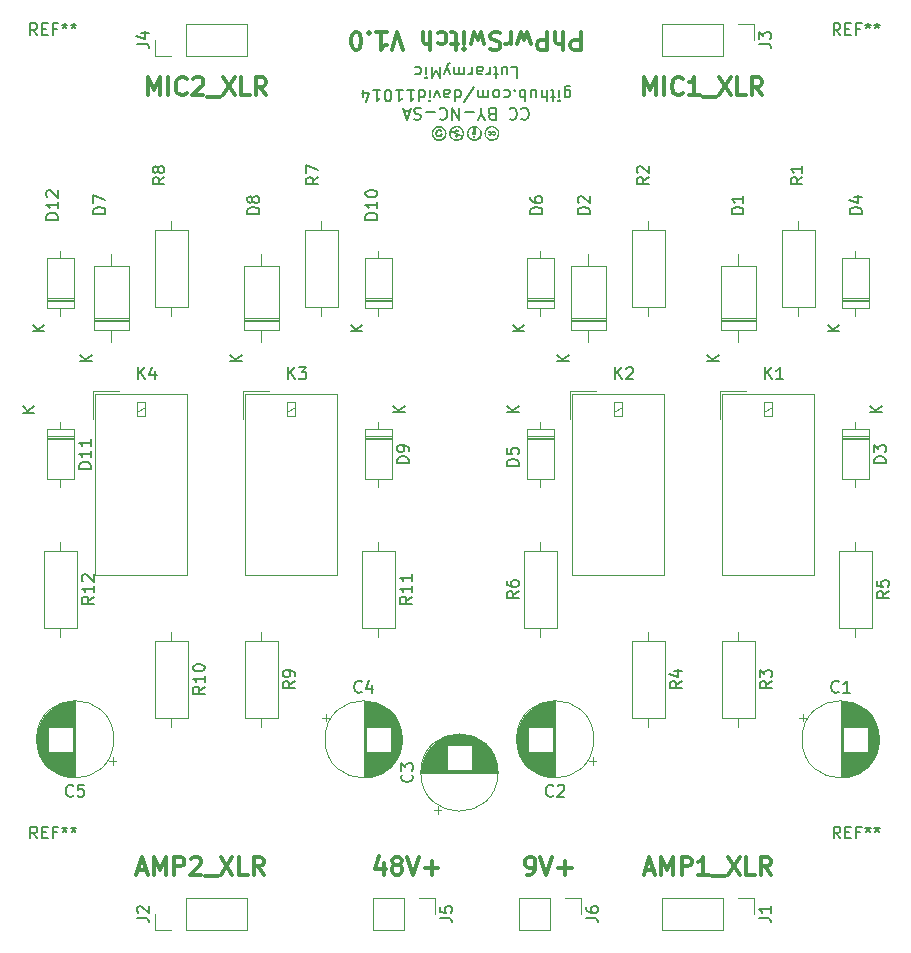
<source format=gbr>
%TF.GenerationSoftware,KiCad,Pcbnew,(6.0.10)*%
%TF.CreationDate,2023-02-25T16:57:16+08:00*%
%TF.ProjectId,LutrarmyMic_PhPwrSwitch,4c757472-6172-46d7-994d-69635f506850,rev?*%
%TF.SameCoordinates,Original*%
%TF.FileFunction,Legend,Top*%
%TF.FilePolarity,Positive*%
%FSLAX46Y46*%
G04 Gerber Fmt 4.6, Leading zero omitted, Abs format (unit mm)*
G04 Created by KiCad (PCBNEW (6.0.10)) date 2023-02-25 16:57:16*
%MOMM*%
%LPD*%
G01*
G04 APERTURE LIST*
%ADD10C,0.300000*%
%ADD11C,0.150000*%
%ADD12C,0.120000*%
G04 APERTURE END LIST*
D10*
X143035714Y-54678571D02*
X143035714Y-53178571D01*
X143535714Y-54250000D01*
X144035714Y-53178571D01*
X144035714Y-54678571D01*
X144750000Y-54678571D02*
X144750000Y-53178571D01*
X146321428Y-54535714D02*
X146250000Y-54607142D01*
X146035714Y-54678571D01*
X145892857Y-54678571D01*
X145678571Y-54607142D01*
X145535714Y-54464285D01*
X145464285Y-54321428D01*
X145392857Y-54035714D01*
X145392857Y-53821428D01*
X145464285Y-53535714D01*
X145535714Y-53392857D01*
X145678571Y-53250000D01*
X145892857Y-53178571D01*
X146035714Y-53178571D01*
X146250000Y-53250000D01*
X146321428Y-53321428D01*
X146892857Y-53321428D02*
X146964285Y-53250000D01*
X147107142Y-53178571D01*
X147464285Y-53178571D01*
X147607142Y-53250000D01*
X147678571Y-53321428D01*
X147750000Y-53464285D01*
X147750000Y-53607142D01*
X147678571Y-53821428D01*
X146821428Y-54678571D01*
X147750000Y-54678571D01*
X148035714Y-54821428D02*
X149178571Y-54821428D01*
X149392857Y-53178571D02*
X150392857Y-54678571D01*
X150392857Y-53178571D02*
X149392857Y-54678571D01*
X151678571Y-54678571D02*
X150964285Y-54678571D01*
X150964285Y-53178571D01*
X153035714Y-54678571D02*
X152535714Y-53964285D01*
X152178571Y-54678571D02*
X152178571Y-53178571D01*
X152750000Y-53178571D01*
X152892857Y-53250000D01*
X152964285Y-53321428D01*
X153035714Y-53464285D01*
X153035714Y-53678571D01*
X152964285Y-53821428D01*
X152892857Y-53892857D01*
X152750000Y-53964285D01*
X152178571Y-53964285D01*
X179678571Y-49321428D02*
X179678571Y-50821428D01*
X179107142Y-50821428D01*
X178964285Y-50750000D01*
X178892857Y-50678571D01*
X178821428Y-50535714D01*
X178821428Y-50321428D01*
X178892857Y-50178571D01*
X178964285Y-50107142D01*
X179107142Y-50035714D01*
X179678571Y-50035714D01*
X178178571Y-49321428D02*
X178178571Y-50821428D01*
X177535714Y-49321428D02*
X177535714Y-50107142D01*
X177607142Y-50250000D01*
X177750000Y-50321428D01*
X177964285Y-50321428D01*
X178107142Y-50250000D01*
X178178571Y-50178571D01*
X176821428Y-49321428D02*
X176821428Y-50821428D01*
X176250000Y-50821428D01*
X176107142Y-50750000D01*
X176035714Y-50678571D01*
X175964285Y-50535714D01*
X175964285Y-50321428D01*
X176035714Y-50178571D01*
X176107142Y-50107142D01*
X176250000Y-50035714D01*
X176821428Y-50035714D01*
X175464285Y-50321428D02*
X175178571Y-49321428D01*
X174892857Y-50035714D01*
X174607142Y-49321428D01*
X174321428Y-50321428D01*
X173750000Y-49321428D02*
X173750000Y-50321428D01*
X173750000Y-50035714D02*
X173678571Y-50178571D01*
X173607142Y-50250000D01*
X173464285Y-50321428D01*
X173321428Y-50321428D01*
X172892857Y-49392857D02*
X172678571Y-49321428D01*
X172321428Y-49321428D01*
X172178571Y-49392857D01*
X172107142Y-49464285D01*
X172035714Y-49607142D01*
X172035714Y-49750000D01*
X172107142Y-49892857D01*
X172178571Y-49964285D01*
X172321428Y-50035714D01*
X172607142Y-50107142D01*
X172750000Y-50178571D01*
X172821428Y-50250000D01*
X172892857Y-50392857D01*
X172892857Y-50535714D01*
X172821428Y-50678571D01*
X172750000Y-50750000D01*
X172607142Y-50821428D01*
X172250000Y-50821428D01*
X172035714Y-50750000D01*
X171535714Y-50321428D02*
X171250000Y-49321428D01*
X170964285Y-50035714D01*
X170678571Y-49321428D01*
X170392857Y-50321428D01*
X169821428Y-49321428D02*
X169821428Y-50321428D01*
X169821428Y-50821428D02*
X169892857Y-50750000D01*
X169821428Y-50678571D01*
X169750000Y-50750000D01*
X169821428Y-50821428D01*
X169821428Y-50678571D01*
X169321428Y-50321428D02*
X168750000Y-50321428D01*
X169107142Y-50821428D02*
X169107142Y-49535714D01*
X169035714Y-49392857D01*
X168892857Y-49321428D01*
X168750000Y-49321428D01*
X167607142Y-49392857D02*
X167750000Y-49321428D01*
X168035714Y-49321428D01*
X168178571Y-49392857D01*
X168250000Y-49464285D01*
X168321428Y-49607142D01*
X168321428Y-50035714D01*
X168250000Y-50178571D01*
X168178571Y-50250000D01*
X168035714Y-50321428D01*
X167750000Y-50321428D01*
X167607142Y-50250000D01*
X166964285Y-49321428D02*
X166964285Y-50821428D01*
X166321428Y-49321428D02*
X166321428Y-50107142D01*
X166392857Y-50250000D01*
X166535714Y-50321428D01*
X166750000Y-50321428D01*
X166892857Y-50250000D01*
X166964285Y-50178571D01*
X164678571Y-50821428D02*
X164178571Y-49321428D01*
X163678571Y-50821428D01*
X162392857Y-49321428D02*
X163250000Y-49321428D01*
X162821428Y-49321428D02*
X162821428Y-50821428D01*
X162964285Y-50607142D01*
X163107142Y-50464285D01*
X163250000Y-50392857D01*
X161750000Y-49464285D02*
X161678571Y-49392857D01*
X161750000Y-49321428D01*
X161821428Y-49392857D01*
X161750000Y-49464285D01*
X161750000Y-49321428D01*
X160750000Y-50821428D02*
X160607142Y-50821428D01*
X160464285Y-50750000D01*
X160392857Y-50678571D01*
X160321428Y-50535714D01*
X160250000Y-50250000D01*
X160250000Y-49892857D01*
X160321428Y-49607142D01*
X160392857Y-49464285D01*
X160464285Y-49392857D01*
X160607142Y-49321428D01*
X160750000Y-49321428D01*
X160892857Y-49392857D01*
X160964285Y-49464285D01*
X161035714Y-49607142D01*
X161107142Y-49892857D01*
X161107142Y-50250000D01*
X161035714Y-50535714D01*
X160964285Y-50678571D01*
X160892857Y-50750000D01*
X160750000Y-50821428D01*
X163000000Y-119678571D02*
X163000000Y-120678571D01*
X162642857Y-119107142D02*
X162285714Y-120178571D01*
X163214285Y-120178571D01*
X164000000Y-119821428D02*
X163857142Y-119750000D01*
X163785714Y-119678571D01*
X163714285Y-119535714D01*
X163714285Y-119464285D01*
X163785714Y-119321428D01*
X163857142Y-119250000D01*
X164000000Y-119178571D01*
X164285714Y-119178571D01*
X164428571Y-119250000D01*
X164500000Y-119321428D01*
X164571428Y-119464285D01*
X164571428Y-119535714D01*
X164500000Y-119678571D01*
X164428571Y-119750000D01*
X164285714Y-119821428D01*
X164000000Y-119821428D01*
X163857142Y-119892857D01*
X163785714Y-119964285D01*
X163714285Y-120107142D01*
X163714285Y-120392857D01*
X163785714Y-120535714D01*
X163857142Y-120607142D01*
X164000000Y-120678571D01*
X164285714Y-120678571D01*
X164428571Y-120607142D01*
X164500000Y-120535714D01*
X164571428Y-120392857D01*
X164571428Y-120107142D01*
X164500000Y-119964285D01*
X164428571Y-119892857D01*
X164285714Y-119821428D01*
X165000000Y-119178571D02*
X165500000Y-120678571D01*
X166000000Y-119178571D01*
X166500000Y-120107142D02*
X167642857Y-120107142D01*
X167071428Y-120678571D02*
X167071428Y-119535714D01*
X185035714Y-54678571D02*
X185035714Y-53178571D01*
X185535714Y-54250000D01*
X186035714Y-53178571D01*
X186035714Y-54678571D01*
X186750000Y-54678571D02*
X186750000Y-53178571D01*
X188321428Y-54535714D02*
X188250000Y-54607142D01*
X188035714Y-54678571D01*
X187892857Y-54678571D01*
X187678571Y-54607142D01*
X187535714Y-54464285D01*
X187464285Y-54321428D01*
X187392857Y-54035714D01*
X187392857Y-53821428D01*
X187464285Y-53535714D01*
X187535714Y-53392857D01*
X187678571Y-53250000D01*
X187892857Y-53178571D01*
X188035714Y-53178571D01*
X188250000Y-53250000D01*
X188321428Y-53321428D01*
X189750000Y-54678571D02*
X188892857Y-54678571D01*
X189321428Y-54678571D02*
X189321428Y-53178571D01*
X189178571Y-53392857D01*
X189035714Y-53535714D01*
X188892857Y-53607142D01*
X190035714Y-54821428D02*
X191178571Y-54821428D01*
X191392857Y-53178571D02*
X192392857Y-54678571D01*
X192392857Y-53178571D02*
X191392857Y-54678571D01*
X193678571Y-54678571D02*
X192964285Y-54678571D01*
X192964285Y-53178571D01*
X195035714Y-54678571D02*
X194535714Y-53964285D01*
X194178571Y-54678571D02*
X194178571Y-53178571D01*
X194750000Y-53178571D01*
X194892857Y-53250000D01*
X194964285Y-53321428D01*
X195035714Y-53464285D01*
X195035714Y-53678571D01*
X194964285Y-53821428D01*
X194892857Y-53892857D01*
X194750000Y-53964285D01*
X194178571Y-53964285D01*
X142203571Y-120250000D02*
X142917857Y-120250000D01*
X142060714Y-120678571D02*
X142560714Y-119178571D01*
X143060714Y-120678571D01*
X143560714Y-120678571D02*
X143560714Y-119178571D01*
X144060714Y-120250000D01*
X144560714Y-119178571D01*
X144560714Y-120678571D01*
X145275000Y-120678571D02*
X145275000Y-119178571D01*
X145846428Y-119178571D01*
X145989285Y-119250000D01*
X146060714Y-119321428D01*
X146132142Y-119464285D01*
X146132142Y-119678571D01*
X146060714Y-119821428D01*
X145989285Y-119892857D01*
X145846428Y-119964285D01*
X145275000Y-119964285D01*
X146703571Y-119321428D02*
X146775000Y-119250000D01*
X146917857Y-119178571D01*
X147275000Y-119178571D01*
X147417857Y-119250000D01*
X147489285Y-119321428D01*
X147560714Y-119464285D01*
X147560714Y-119607142D01*
X147489285Y-119821428D01*
X146632142Y-120678571D01*
X147560714Y-120678571D01*
X147846428Y-120821428D02*
X148989285Y-120821428D01*
X149203571Y-119178571D02*
X150203571Y-120678571D01*
X150203571Y-119178571D02*
X149203571Y-120678571D01*
X151489285Y-120678571D02*
X150775000Y-120678571D01*
X150775000Y-119178571D01*
X152846428Y-120678571D02*
X152346428Y-119964285D01*
X151989285Y-120678571D02*
X151989285Y-119178571D01*
X152560714Y-119178571D01*
X152703571Y-119250000D01*
X152775000Y-119321428D01*
X152846428Y-119464285D01*
X152846428Y-119678571D01*
X152775000Y-119821428D01*
X152703571Y-119892857D01*
X152560714Y-119964285D01*
X151989285Y-119964285D01*
X185153571Y-120250000D02*
X185867857Y-120250000D01*
X185010714Y-120678571D02*
X185510714Y-119178571D01*
X186010714Y-120678571D01*
X186510714Y-120678571D02*
X186510714Y-119178571D01*
X187010714Y-120250000D01*
X187510714Y-119178571D01*
X187510714Y-120678571D01*
X188225000Y-120678571D02*
X188225000Y-119178571D01*
X188796428Y-119178571D01*
X188939285Y-119250000D01*
X189010714Y-119321428D01*
X189082142Y-119464285D01*
X189082142Y-119678571D01*
X189010714Y-119821428D01*
X188939285Y-119892857D01*
X188796428Y-119964285D01*
X188225000Y-119964285D01*
X190510714Y-120678571D02*
X189653571Y-120678571D01*
X190082142Y-120678571D02*
X190082142Y-119178571D01*
X189939285Y-119392857D01*
X189796428Y-119535714D01*
X189653571Y-119607142D01*
X190796428Y-120821428D02*
X191939285Y-120821428D01*
X192153571Y-119178571D02*
X193153571Y-120678571D01*
X193153571Y-119178571D02*
X192153571Y-120678571D01*
X194439285Y-120678571D02*
X193725000Y-120678571D01*
X193725000Y-119178571D01*
X195796428Y-120678571D02*
X195296428Y-119964285D01*
X194939285Y-120678571D02*
X194939285Y-119178571D01*
X195510714Y-119178571D01*
X195653571Y-119250000D01*
X195725000Y-119321428D01*
X195796428Y-119464285D01*
X195796428Y-119678571D01*
X195725000Y-119821428D01*
X195653571Y-119892857D01*
X195510714Y-119964285D01*
X194939285Y-119964285D01*
X175142857Y-120678571D02*
X175428571Y-120678571D01*
X175571428Y-120607142D01*
X175642857Y-120535714D01*
X175785714Y-120321428D01*
X175857142Y-120035714D01*
X175857142Y-119464285D01*
X175785714Y-119321428D01*
X175714285Y-119250000D01*
X175571428Y-119178571D01*
X175285714Y-119178571D01*
X175142857Y-119250000D01*
X175071428Y-119321428D01*
X175000000Y-119464285D01*
X175000000Y-119821428D01*
X175071428Y-119964285D01*
X175142857Y-120035714D01*
X175285714Y-120107142D01*
X175571428Y-120107142D01*
X175714285Y-120035714D01*
X175785714Y-119964285D01*
X175857142Y-119821428D01*
X176285714Y-119178571D02*
X176785714Y-120678571D01*
X177285714Y-119178571D01*
X177785714Y-120107142D02*
X178928571Y-120107142D01*
X178357142Y-120678571D02*
X178357142Y-119535714D01*
D11*
%TO.C,REF\u002A\u002A*%
X133666666Y-117602380D02*
X133333333Y-117126190D01*
X133095238Y-117602380D02*
X133095238Y-116602380D01*
X133476190Y-116602380D01*
X133571428Y-116650000D01*
X133619047Y-116697619D01*
X133666666Y-116792857D01*
X133666666Y-116935714D01*
X133619047Y-117030952D01*
X133571428Y-117078571D01*
X133476190Y-117126190D01*
X133095238Y-117126190D01*
X134095238Y-117078571D02*
X134428571Y-117078571D01*
X134571428Y-117602380D02*
X134095238Y-117602380D01*
X134095238Y-116602380D01*
X134571428Y-116602380D01*
X135333333Y-117078571D02*
X135000000Y-117078571D01*
X135000000Y-117602380D02*
X135000000Y-116602380D01*
X135476190Y-116602380D01*
X136000000Y-116602380D02*
X136000000Y-116840476D01*
X135761904Y-116745238D02*
X136000000Y-116840476D01*
X136238095Y-116745238D01*
X135857142Y-117030952D02*
X136000000Y-116840476D01*
X136142857Y-117030952D01*
X136761904Y-116602380D02*
X136761904Y-116840476D01*
X136523809Y-116745238D02*
X136761904Y-116840476D01*
X137000000Y-116745238D01*
X136619047Y-117030952D02*
X136761904Y-116840476D01*
X136904761Y-117030952D01*
%TO.C,R11*%
X165382380Y-97162857D02*
X164906190Y-97496190D01*
X165382380Y-97734285D02*
X164382380Y-97734285D01*
X164382380Y-97353333D01*
X164430000Y-97258095D01*
X164477619Y-97210476D01*
X164572857Y-97162857D01*
X164715714Y-97162857D01*
X164810952Y-97210476D01*
X164858571Y-97258095D01*
X164906190Y-97353333D01*
X164906190Y-97734285D01*
X165382380Y-96210476D02*
X165382380Y-96781904D01*
X165382380Y-96496190D02*
X164382380Y-96496190D01*
X164525238Y-96591428D01*
X164620476Y-96686666D01*
X164668095Y-96781904D01*
X165382380Y-95258095D02*
X165382380Y-95829523D01*
X165382380Y-95543809D02*
X164382380Y-95543809D01*
X164525238Y-95639047D01*
X164620476Y-95734285D01*
X164668095Y-95829523D01*
%TO.C,REF\u002A\u002A*%
X133666666Y-49602380D02*
X133333333Y-49126190D01*
X133095238Y-49602380D02*
X133095238Y-48602380D01*
X133476190Y-48602380D01*
X133571428Y-48650000D01*
X133619047Y-48697619D01*
X133666666Y-48792857D01*
X133666666Y-48935714D01*
X133619047Y-49030952D01*
X133571428Y-49078571D01*
X133476190Y-49126190D01*
X133095238Y-49126190D01*
X134095238Y-49078571D02*
X134428571Y-49078571D01*
X134571428Y-49602380D02*
X134095238Y-49602380D01*
X134095238Y-48602380D01*
X134571428Y-48602380D01*
X135333333Y-49078571D02*
X135000000Y-49078571D01*
X135000000Y-49602380D02*
X135000000Y-48602380D01*
X135476190Y-48602380D01*
X136000000Y-48602380D02*
X136000000Y-48840476D01*
X135761904Y-48745238D02*
X136000000Y-48840476D01*
X136238095Y-48745238D01*
X135857142Y-49030952D02*
X136000000Y-48840476D01*
X136142857Y-49030952D01*
X136761904Y-48602380D02*
X136761904Y-48840476D01*
X136523809Y-48745238D02*
X136761904Y-48840476D01*
X137000000Y-48745238D01*
X136619047Y-49030952D02*
X136761904Y-48840476D01*
X136904761Y-49030952D01*
%TO.C,R5*%
X205768380Y-96686666D02*
X205292190Y-97020000D01*
X205768380Y-97258095D02*
X204768380Y-97258095D01*
X204768380Y-96877142D01*
X204816000Y-96781904D01*
X204863619Y-96734285D01*
X204958857Y-96686666D01*
X205101714Y-96686666D01*
X205196952Y-96734285D01*
X205244571Y-96781904D01*
X205292190Y-96877142D01*
X205292190Y-97258095D01*
X204768380Y-95781904D02*
X204768380Y-96258095D01*
X205244571Y-96305714D01*
X205196952Y-96258095D01*
X205149333Y-96162857D01*
X205149333Y-95924761D01*
X205196952Y-95829523D01*
X205244571Y-95781904D01*
X205339809Y-95734285D01*
X205577904Y-95734285D01*
X205673142Y-95781904D01*
X205720761Y-95829523D01*
X205768380Y-95924761D01*
X205768380Y-96162857D01*
X205720761Y-96258095D01*
X205673142Y-96305714D01*
%TO.C,D7*%
X139436380Y-64738095D02*
X138436380Y-64738095D01*
X138436380Y-64500000D01*
X138484000Y-64357142D01*
X138579238Y-64261904D01*
X138674476Y-64214285D01*
X138864952Y-64166666D01*
X139007809Y-64166666D01*
X139198285Y-64214285D01*
X139293523Y-64261904D01*
X139388761Y-64357142D01*
X139436380Y-64500000D01*
X139436380Y-64738095D01*
X138436380Y-63833333D02*
X138436380Y-63166666D01*
X139436380Y-63595238D01*
X138306380Y-77223904D02*
X137306380Y-77223904D01*
X138306380Y-76652476D02*
X137734952Y-77081047D01*
X137306380Y-76652476D02*
X137877809Y-77223904D01*
%TO.C,K1*%
X195301904Y-78732380D02*
X195301904Y-77732380D01*
X195873333Y-78732380D02*
X195444761Y-78160952D01*
X195873333Y-77732380D02*
X195301904Y-78303809D01*
X196825714Y-78732380D02*
X196254285Y-78732380D01*
X196540000Y-78732380D02*
X196540000Y-77732380D01*
X196444761Y-77875238D01*
X196349523Y-77970476D01*
X196254285Y-78018095D01*
%TO.C,R10*%
X147856380Y-104782857D02*
X147380190Y-105116190D01*
X147856380Y-105354285D02*
X146856380Y-105354285D01*
X146856380Y-104973333D01*
X146904000Y-104878095D01*
X146951619Y-104830476D01*
X147046857Y-104782857D01*
X147189714Y-104782857D01*
X147284952Y-104830476D01*
X147332571Y-104878095D01*
X147380190Y-104973333D01*
X147380190Y-105354285D01*
X147856380Y-103830476D02*
X147856380Y-104401904D01*
X147856380Y-104116190D02*
X146856380Y-104116190D01*
X146999238Y-104211428D01*
X147094476Y-104306666D01*
X147142095Y-104401904D01*
X146856380Y-103211428D02*
X146856380Y-103116190D01*
X146904000Y-103020952D01*
X146951619Y-102973333D01*
X147046857Y-102925714D01*
X147237333Y-102878095D01*
X147475428Y-102878095D01*
X147665904Y-102925714D01*
X147761142Y-102973333D01*
X147808761Y-103020952D01*
X147856380Y-103116190D01*
X147856380Y-103211428D01*
X147808761Y-103306666D01*
X147761142Y-103354285D01*
X147665904Y-103401904D01*
X147475428Y-103449523D01*
X147237333Y-103449523D01*
X147046857Y-103401904D01*
X146951619Y-103354285D01*
X146904000Y-103306666D01*
X146856380Y-103211428D01*
%TO.C,R8*%
X144436380Y-61626666D02*
X143960190Y-61960000D01*
X144436380Y-62198095D02*
X143436380Y-62198095D01*
X143436380Y-61817142D01*
X143484000Y-61721904D01*
X143531619Y-61674285D01*
X143626857Y-61626666D01*
X143769714Y-61626666D01*
X143864952Y-61674285D01*
X143912571Y-61721904D01*
X143960190Y-61817142D01*
X143960190Y-62198095D01*
X143864952Y-61055238D02*
X143817333Y-61150476D01*
X143769714Y-61198095D01*
X143674476Y-61245714D01*
X143626857Y-61245714D01*
X143531619Y-61198095D01*
X143484000Y-61150476D01*
X143436380Y-61055238D01*
X143436380Y-60864761D01*
X143484000Y-60769523D01*
X143531619Y-60721904D01*
X143626857Y-60674285D01*
X143674476Y-60674285D01*
X143769714Y-60721904D01*
X143817333Y-60769523D01*
X143864952Y-60864761D01*
X143864952Y-61055238D01*
X143912571Y-61150476D01*
X143960190Y-61198095D01*
X144055428Y-61245714D01*
X144245904Y-61245714D01*
X144341142Y-61198095D01*
X144388761Y-61150476D01*
X144436380Y-61055238D01*
X144436380Y-60864761D01*
X144388761Y-60769523D01*
X144341142Y-60721904D01*
X144245904Y-60674285D01*
X144055428Y-60674285D01*
X143960190Y-60721904D01*
X143912571Y-60769523D01*
X143864952Y-60864761D01*
%TO.C,D3*%
X205518380Y-85828095D02*
X204518380Y-85828095D01*
X204518380Y-85590000D01*
X204566000Y-85447142D01*
X204661238Y-85351904D01*
X204756476Y-85304285D01*
X204946952Y-85256666D01*
X205089809Y-85256666D01*
X205280285Y-85304285D01*
X205375523Y-85351904D01*
X205470761Y-85447142D01*
X205518380Y-85590000D01*
X205518380Y-85828095D01*
X204518380Y-84923333D02*
X204518380Y-84304285D01*
X204899333Y-84637619D01*
X204899333Y-84494761D01*
X204946952Y-84399523D01*
X204994571Y-84351904D01*
X205089809Y-84304285D01*
X205327904Y-84304285D01*
X205423142Y-84351904D01*
X205470761Y-84399523D01*
X205518380Y-84494761D01*
X205518380Y-84780476D01*
X205470761Y-84875714D01*
X205423142Y-84923333D01*
X205198380Y-81541904D02*
X204198380Y-81541904D01*
X205198380Y-80970476D02*
X204626952Y-81399047D01*
X204198380Y-80970476D02*
X204769809Y-81541904D01*
%TO.C,K3*%
X154915904Y-78732380D02*
X154915904Y-77732380D01*
X155487333Y-78732380D02*
X155058761Y-78160952D01*
X155487333Y-77732380D02*
X154915904Y-78303809D01*
X155820666Y-77732380D02*
X156439714Y-77732380D01*
X156106380Y-78113333D01*
X156249238Y-78113333D01*
X156344476Y-78160952D01*
X156392095Y-78208571D01*
X156439714Y-78303809D01*
X156439714Y-78541904D01*
X156392095Y-78637142D01*
X156344476Y-78684761D01*
X156249238Y-78732380D01*
X155963523Y-78732380D01*
X155868285Y-78684761D01*
X155820666Y-78637142D01*
%TO.C,D4*%
X203468380Y-64738095D02*
X202468380Y-64738095D01*
X202468380Y-64500000D01*
X202516000Y-64357142D01*
X202611238Y-64261904D01*
X202706476Y-64214285D01*
X202896952Y-64166666D01*
X203039809Y-64166666D01*
X203230285Y-64214285D01*
X203325523Y-64261904D01*
X203420761Y-64357142D01*
X203468380Y-64500000D01*
X203468380Y-64738095D01*
X202801714Y-63309523D02*
X203468380Y-63309523D01*
X202420761Y-63547619D02*
X203135047Y-63785714D01*
X203135047Y-63166666D01*
X201598380Y-74683904D02*
X200598380Y-74683904D01*
X201598380Y-74112476D02*
X201026952Y-74541047D01*
X200598380Y-74112476D02*
X201169809Y-74683904D01*
%TO.C,R1*%
X198468380Y-61626666D02*
X197992190Y-61960000D01*
X198468380Y-62198095D02*
X197468380Y-62198095D01*
X197468380Y-61817142D01*
X197516000Y-61721904D01*
X197563619Y-61674285D01*
X197658857Y-61626666D01*
X197801714Y-61626666D01*
X197896952Y-61674285D01*
X197944571Y-61721904D01*
X197992190Y-61817142D01*
X197992190Y-62198095D01*
X198468380Y-60674285D02*
X198468380Y-61245714D01*
X198468380Y-60960000D02*
X197468380Y-60960000D01*
X197611238Y-61055238D01*
X197706476Y-61150476D01*
X197754095Y-61245714D01*
%TO.C,R2*%
X185436380Y-61626666D02*
X184960190Y-61960000D01*
X185436380Y-62198095D02*
X184436380Y-62198095D01*
X184436380Y-61817142D01*
X184484000Y-61721904D01*
X184531619Y-61674285D01*
X184626857Y-61626666D01*
X184769714Y-61626666D01*
X184864952Y-61674285D01*
X184912571Y-61721904D01*
X184960190Y-61817142D01*
X184960190Y-62198095D01*
X184531619Y-61245714D02*
X184484000Y-61198095D01*
X184436380Y-61102857D01*
X184436380Y-60864761D01*
X184484000Y-60769523D01*
X184531619Y-60721904D01*
X184626857Y-60674285D01*
X184722095Y-60674285D01*
X184864952Y-60721904D01*
X185436380Y-61293333D01*
X185436380Y-60674285D01*
%TO.C,D9*%
X165132380Y-85828095D02*
X164132380Y-85828095D01*
X164132380Y-85590000D01*
X164180000Y-85447142D01*
X164275238Y-85351904D01*
X164370476Y-85304285D01*
X164560952Y-85256666D01*
X164703809Y-85256666D01*
X164894285Y-85304285D01*
X164989523Y-85351904D01*
X165084761Y-85447142D01*
X165132380Y-85590000D01*
X165132380Y-85828095D01*
X165132380Y-84780476D02*
X165132380Y-84590000D01*
X165084761Y-84494761D01*
X165037142Y-84447142D01*
X164894285Y-84351904D01*
X164703809Y-84304285D01*
X164322857Y-84304285D01*
X164227619Y-84351904D01*
X164180000Y-84399523D01*
X164132380Y-84494761D01*
X164132380Y-84685238D01*
X164180000Y-84780476D01*
X164227619Y-84828095D01*
X164322857Y-84875714D01*
X164560952Y-84875714D01*
X164656190Y-84828095D01*
X164703809Y-84780476D01*
X164751428Y-84685238D01*
X164751428Y-84494761D01*
X164703809Y-84399523D01*
X164656190Y-84351904D01*
X164560952Y-84304285D01*
X164812380Y-81541904D02*
X163812380Y-81541904D01*
X164812380Y-80970476D02*
X164240952Y-81399047D01*
X163812380Y-80970476D02*
X164383809Y-81541904D01*
%TO.C,D1*%
X193468380Y-64738095D02*
X192468380Y-64738095D01*
X192468380Y-64500000D01*
X192516000Y-64357142D01*
X192611238Y-64261904D01*
X192706476Y-64214285D01*
X192896952Y-64166666D01*
X193039809Y-64166666D01*
X193230285Y-64214285D01*
X193325523Y-64261904D01*
X193420761Y-64357142D01*
X193468380Y-64500000D01*
X193468380Y-64738095D01*
X193468380Y-63214285D02*
X193468380Y-63785714D01*
X193468380Y-63500000D02*
X192468380Y-63500000D01*
X192611238Y-63595238D01*
X192706476Y-63690476D01*
X192754095Y-63785714D01*
X191392380Y-77223904D02*
X190392380Y-77223904D01*
X191392380Y-76652476D02*
X190820952Y-77081047D01*
X190392380Y-76652476D02*
X190963809Y-77223904D01*
%TO.C,R4*%
X188242380Y-104306666D02*
X187766190Y-104640000D01*
X188242380Y-104878095D02*
X187242380Y-104878095D01*
X187242380Y-104497142D01*
X187290000Y-104401904D01*
X187337619Y-104354285D01*
X187432857Y-104306666D01*
X187575714Y-104306666D01*
X187670952Y-104354285D01*
X187718571Y-104401904D01*
X187766190Y-104497142D01*
X187766190Y-104878095D01*
X187575714Y-103449523D02*
X188242380Y-103449523D01*
X187194761Y-103687619D02*
X187909047Y-103925714D01*
X187909047Y-103306666D01*
%TO.C,D2*%
X180436380Y-64738095D02*
X179436380Y-64738095D01*
X179436380Y-64500000D01*
X179484000Y-64357142D01*
X179579238Y-64261904D01*
X179674476Y-64214285D01*
X179864952Y-64166666D01*
X180007809Y-64166666D01*
X180198285Y-64214285D01*
X180293523Y-64261904D01*
X180388761Y-64357142D01*
X180436380Y-64500000D01*
X180436380Y-64738095D01*
X179531619Y-63785714D02*
X179484000Y-63738095D01*
X179436380Y-63642857D01*
X179436380Y-63404761D01*
X179484000Y-63309523D01*
X179531619Y-63261904D01*
X179626857Y-63214285D01*
X179722095Y-63214285D01*
X179864952Y-63261904D01*
X180436380Y-63833333D01*
X180436380Y-63214285D01*
X178692380Y-77223904D02*
X177692380Y-77223904D01*
X178692380Y-76652476D02*
X178120952Y-77081047D01*
X177692380Y-76652476D02*
X178263809Y-77223904D01*
%TO.C,C5*%
X136719333Y-113977142D02*
X136671714Y-114024761D01*
X136528857Y-114072380D01*
X136433619Y-114072380D01*
X136290761Y-114024761D01*
X136195523Y-113929523D01*
X136147904Y-113834285D01*
X136100285Y-113643809D01*
X136100285Y-113500952D01*
X136147904Y-113310476D01*
X136195523Y-113215238D01*
X136290761Y-113120000D01*
X136433619Y-113072380D01*
X136528857Y-113072380D01*
X136671714Y-113120000D01*
X136719333Y-113167619D01*
X137624095Y-113072380D02*
X137147904Y-113072380D01*
X137100285Y-113548571D01*
X137147904Y-113500952D01*
X137243142Y-113453333D01*
X137481238Y-113453333D01*
X137576476Y-113500952D01*
X137624095Y-113548571D01*
X137671714Y-113643809D01*
X137671714Y-113881904D01*
X137624095Y-113977142D01*
X137576476Y-114024761D01*
X137481238Y-114072380D01*
X137243142Y-114072380D01*
X137147904Y-114024761D01*
X137100285Y-113977142D01*
%TO.C,J4*%
X142122380Y-50333333D02*
X142836666Y-50333333D01*
X142979523Y-50380952D01*
X143074761Y-50476190D01*
X143122380Y-50619047D01*
X143122380Y-50714285D01*
X142455714Y-49428571D02*
X143122380Y-49428571D01*
X142074761Y-49666666D02*
X142789047Y-49904761D01*
X142789047Y-49285714D01*
%TO.C,D12*%
X135436380Y-65214285D02*
X134436380Y-65214285D01*
X134436380Y-64976190D01*
X134484000Y-64833333D01*
X134579238Y-64738095D01*
X134674476Y-64690476D01*
X134864952Y-64642857D01*
X135007809Y-64642857D01*
X135198285Y-64690476D01*
X135293523Y-64738095D01*
X135388761Y-64833333D01*
X135436380Y-64976190D01*
X135436380Y-65214285D01*
X135436380Y-63690476D02*
X135436380Y-64261904D01*
X135436380Y-63976190D02*
X134436380Y-63976190D01*
X134579238Y-64071428D01*
X134674476Y-64166666D01*
X134722095Y-64261904D01*
X134531619Y-63309523D02*
X134484000Y-63261904D01*
X134436380Y-63166666D01*
X134436380Y-62928571D01*
X134484000Y-62833333D01*
X134531619Y-62785714D01*
X134626857Y-62738095D01*
X134722095Y-62738095D01*
X134864952Y-62785714D01*
X135436380Y-63357142D01*
X135436380Y-62738095D01*
X134288380Y-74683904D02*
X133288380Y-74683904D01*
X134288380Y-74112476D02*
X133716952Y-74541047D01*
X133288380Y-74112476D02*
X133859809Y-74683904D01*
%TO.C,D10*%
X162468380Y-65214285D02*
X161468380Y-65214285D01*
X161468380Y-64976190D01*
X161516000Y-64833333D01*
X161611238Y-64738095D01*
X161706476Y-64690476D01*
X161896952Y-64642857D01*
X162039809Y-64642857D01*
X162230285Y-64690476D01*
X162325523Y-64738095D01*
X162420761Y-64833333D01*
X162468380Y-64976190D01*
X162468380Y-65214285D01*
X162468380Y-63690476D02*
X162468380Y-64261904D01*
X162468380Y-63976190D02*
X161468380Y-63976190D01*
X161611238Y-64071428D01*
X161706476Y-64166666D01*
X161754095Y-64261904D01*
X161468380Y-63071428D02*
X161468380Y-62976190D01*
X161516000Y-62880952D01*
X161563619Y-62833333D01*
X161658857Y-62785714D01*
X161849333Y-62738095D01*
X162087428Y-62738095D01*
X162277904Y-62785714D01*
X162373142Y-62833333D01*
X162420761Y-62880952D01*
X162468380Y-62976190D01*
X162468380Y-63071428D01*
X162420761Y-63166666D01*
X162373142Y-63214285D01*
X162277904Y-63261904D01*
X162087428Y-63309523D01*
X161849333Y-63309523D01*
X161658857Y-63261904D01*
X161563619Y-63214285D01*
X161516000Y-63166666D01*
X161468380Y-63071428D01*
X161212380Y-74683904D02*
X160212380Y-74683904D01*
X161212380Y-74112476D02*
X160640952Y-74541047D01*
X160212380Y-74112476D02*
X160783809Y-74683904D01*
%TO.C,J3*%
X194782380Y-50333333D02*
X195496666Y-50333333D01*
X195639523Y-50380952D01*
X195734761Y-50476190D01*
X195782380Y-50619047D01*
X195782380Y-50714285D01*
X194782380Y-49952380D02*
X194782380Y-49333333D01*
X195163333Y-49666666D01*
X195163333Y-49523809D01*
X195210952Y-49428571D01*
X195258571Y-49380952D01*
X195353809Y-49333333D01*
X195591904Y-49333333D01*
X195687142Y-49380952D01*
X195734761Y-49428571D01*
X195782380Y-49523809D01*
X195782380Y-49809523D01*
X195734761Y-49904761D01*
X195687142Y-49952380D01*
%TO.C,K2*%
X182601904Y-78732380D02*
X182601904Y-77732380D01*
X183173333Y-78732380D02*
X182744761Y-78160952D01*
X183173333Y-77732380D02*
X182601904Y-78303809D01*
X183554285Y-77827619D02*
X183601904Y-77780000D01*
X183697142Y-77732380D01*
X183935238Y-77732380D01*
X184030476Y-77780000D01*
X184078095Y-77827619D01*
X184125714Y-77922857D01*
X184125714Y-78018095D01*
X184078095Y-78160952D01*
X183506666Y-78732380D01*
X184125714Y-78732380D01*
%TO.C,R9*%
X155476380Y-104306666D02*
X155000190Y-104640000D01*
X155476380Y-104878095D02*
X154476380Y-104878095D01*
X154476380Y-104497142D01*
X154524000Y-104401904D01*
X154571619Y-104354285D01*
X154666857Y-104306666D01*
X154809714Y-104306666D01*
X154904952Y-104354285D01*
X154952571Y-104401904D01*
X155000190Y-104497142D01*
X155000190Y-104878095D01*
X155476380Y-103830476D02*
X155476380Y-103640000D01*
X155428761Y-103544761D01*
X155381142Y-103497142D01*
X155238285Y-103401904D01*
X155047809Y-103354285D01*
X154666857Y-103354285D01*
X154571619Y-103401904D01*
X154524000Y-103449523D01*
X154476380Y-103544761D01*
X154476380Y-103735238D01*
X154524000Y-103830476D01*
X154571619Y-103878095D01*
X154666857Y-103925714D01*
X154904952Y-103925714D01*
X155000190Y-103878095D01*
X155047809Y-103830476D01*
X155095428Y-103735238D01*
X155095428Y-103544761D01*
X155047809Y-103449523D01*
X155000190Y-103401904D01*
X154904952Y-103354285D01*
%TO.C,D5*%
X174436380Y-86056095D02*
X173436380Y-86056095D01*
X173436380Y-85818000D01*
X173484000Y-85675142D01*
X173579238Y-85579904D01*
X173674476Y-85532285D01*
X173864952Y-85484666D01*
X174007809Y-85484666D01*
X174198285Y-85532285D01*
X174293523Y-85579904D01*
X174388761Y-85675142D01*
X174436380Y-85818000D01*
X174436380Y-86056095D01*
X173436380Y-84579904D02*
X173436380Y-85056095D01*
X173912571Y-85103714D01*
X173864952Y-85056095D01*
X173817333Y-84960857D01*
X173817333Y-84722761D01*
X173864952Y-84627523D01*
X173912571Y-84579904D01*
X174007809Y-84532285D01*
X174245904Y-84532285D01*
X174341142Y-84579904D01*
X174388761Y-84627523D01*
X174436380Y-84722761D01*
X174436380Y-84960857D01*
X174388761Y-85056095D01*
X174341142Y-85103714D01*
X174436380Y-81541904D02*
X173436380Y-81541904D01*
X174436380Y-80970476D02*
X173864952Y-81399047D01*
X173436380Y-80970476D02*
X174007809Y-81541904D01*
%TO.C,D11*%
X138208380Y-86304285D02*
X137208380Y-86304285D01*
X137208380Y-86066190D01*
X137256000Y-85923333D01*
X137351238Y-85828095D01*
X137446476Y-85780476D01*
X137636952Y-85732857D01*
X137779809Y-85732857D01*
X137970285Y-85780476D01*
X138065523Y-85828095D01*
X138160761Y-85923333D01*
X138208380Y-86066190D01*
X138208380Y-86304285D01*
X138208380Y-84780476D02*
X138208380Y-85351904D01*
X138208380Y-85066190D02*
X137208380Y-85066190D01*
X137351238Y-85161428D01*
X137446476Y-85256666D01*
X137494095Y-85351904D01*
X138208380Y-83828095D02*
X138208380Y-84399523D01*
X138208380Y-84113809D02*
X137208380Y-84113809D01*
X137351238Y-84209047D01*
X137446476Y-84304285D01*
X137494095Y-84399523D01*
X133436380Y-81579904D02*
X132436380Y-81579904D01*
X133436380Y-81008476D02*
X132864952Y-81437047D01*
X132436380Y-81008476D02*
X133007809Y-81579904D01*
%TO.C,J5*%
X167782380Y-124333333D02*
X168496666Y-124333333D01*
X168639523Y-124380952D01*
X168734761Y-124476190D01*
X168782380Y-124619047D01*
X168782380Y-124714285D01*
X167782380Y-123380952D02*
X167782380Y-123857142D01*
X168258571Y-123904761D01*
X168210952Y-123857142D01*
X168163333Y-123761904D01*
X168163333Y-123523809D01*
X168210952Y-123428571D01*
X168258571Y-123380952D01*
X168353809Y-123333333D01*
X168591904Y-123333333D01*
X168687142Y-123380952D01*
X168734761Y-123428571D01*
X168782380Y-123523809D01*
X168782380Y-123761904D01*
X168734761Y-123857142D01*
X168687142Y-123904761D01*
%TO.C,R3*%
X195862380Y-104306666D02*
X195386190Y-104640000D01*
X195862380Y-104878095D02*
X194862380Y-104878095D01*
X194862380Y-104497142D01*
X194910000Y-104401904D01*
X194957619Y-104354285D01*
X195052857Y-104306666D01*
X195195714Y-104306666D01*
X195290952Y-104354285D01*
X195338571Y-104401904D01*
X195386190Y-104497142D01*
X195386190Y-104878095D01*
X194862380Y-103973333D02*
X194862380Y-103354285D01*
X195243333Y-103687619D01*
X195243333Y-103544761D01*
X195290952Y-103449523D01*
X195338571Y-103401904D01*
X195433809Y-103354285D01*
X195671904Y-103354285D01*
X195767142Y-103401904D01*
X195814761Y-103449523D01*
X195862380Y-103544761D01*
X195862380Y-103830476D01*
X195814761Y-103925714D01*
X195767142Y-103973333D01*
%TO.C,D6*%
X176436380Y-64738095D02*
X175436380Y-64738095D01*
X175436380Y-64500000D01*
X175484000Y-64357142D01*
X175579238Y-64261904D01*
X175674476Y-64214285D01*
X175864952Y-64166666D01*
X176007809Y-64166666D01*
X176198285Y-64214285D01*
X176293523Y-64261904D01*
X176388761Y-64357142D01*
X176436380Y-64500000D01*
X176436380Y-64738095D01*
X175436380Y-63309523D02*
X175436380Y-63500000D01*
X175484000Y-63595238D01*
X175531619Y-63642857D01*
X175674476Y-63738095D01*
X175864952Y-63785714D01*
X176245904Y-63785714D01*
X176341142Y-63738095D01*
X176388761Y-63690476D01*
X176436380Y-63595238D01*
X176436380Y-63404761D01*
X176388761Y-63309523D01*
X176341142Y-63261904D01*
X176245904Y-63214285D01*
X176007809Y-63214285D01*
X175912571Y-63261904D01*
X175864952Y-63309523D01*
X175817333Y-63404761D01*
X175817333Y-63595238D01*
X175864952Y-63690476D01*
X175912571Y-63738095D01*
X176007809Y-63785714D01*
X174928380Y-74683904D02*
X173928380Y-74683904D01*
X174928380Y-74112476D02*
X174356952Y-74541047D01*
X173928380Y-74112476D02*
X174499809Y-74683904D01*
%TO.C,J1*%
X194782380Y-124333333D02*
X195496666Y-124333333D01*
X195639523Y-124380952D01*
X195734761Y-124476190D01*
X195782380Y-124619047D01*
X195782380Y-124714285D01*
X195782380Y-123333333D02*
X195782380Y-123904761D01*
X195782380Y-123619047D02*
X194782380Y-123619047D01*
X194925238Y-123714285D01*
X195020476Y-123809523D01*
X195068095Y-123904761D01*
%TO.C,LutrarmyMic*%
X173785714Y-52263529D02*
X174261904Y-52263529D01*
X174261904Y-53263529D01*
X173023809Y-52930195D02*
X173023809Y-52263529D01*
X173452380Y-52930195D02*
X173452380Y-52406386D01*
X173404761Y-52311148D01*
X173309523Y-52263529D01*
X173166666Y-52263529D01*
X173071428Y-52311148D01*
X173023809Y-52358767D01*
X172690476Y-52930195D02*
X172309523Y-52930195D01*
X172547619Y-53263529D02*
X172547619Y-52406386D01*
X172500000Y-52311148D01*
X172404761Y-52263529D01*
X172309523Y-52263529D01*
X171976190Y-52263529D02*
X171976190Y-52930195D01*
X171976190Y-52739719D02*
X171928571Y-52834957D01*
X171880952Y-52882576D01*
X171785714Y-52930195D01*
X171690476Y-52930195D01*
X170928571Y-52263529D02*
X170928571Y-52787338D01*
X170976190Y-52882576D01*
X171071428Y-52930195D01*
X171261904Y-52930195D01*
X171357142Y-52882576D01*
X170928571Y-52311148D02*
X171023809Y-52263529D01*
X171261904Y-52263529D01*
X171357142Y-52311148D01*
X171404761Y-52406386D01*
X171404761Y-52501624D01*
X171357142Y-52596862D01*
X171261904Y-52644481D01*
X171023809Y-52644481D01*
X170928571Y-52692100D01*
X170452380Y-52263529D02*
X170452380Y-52930195D01*
X170452380Y-52739719D02*
X170404761Y-52834957D01*
X170357142Y-52882576D01*
X170261904Y-52930195D01*
X170166666Y-52930195D01*
X169833333Y-52263529D02*
X169833333Y-52930195D01*
X169833333Y-52834957D02*
X169785714Y-52882576D01*
X169690476Y-52930195D01*
X169547619Y-52930195D01*
X169452380Y-52882576D01*
X169404761Y-52787338D01*
X169404761Y-52263529D01*
X169404761Y-52787338D02*
X169357142Y-52882576D01*
X169261904Y-52930195D01*
X169119047Y-52930195D01*
X169023809Y-52882576D01*
X168976190Y-52787338D01*
X168976190Y-52263529D01*
X168595238Y-52930195D02*
X168357142Y-52263529D01*
X168119047Y-52930195D02*
X168357142Y-52263529D01*
X168452380Y-52025433D01*
X168500000Y-51977814D01*
X168595238Y-51930195D01*
X167738095Y-52263529D02*
X167738095Y-53263529D01*
X167404761Y-52549243D01*
X167071428Y-53263529D01*
X167071428Y-52263529D01*
X166595238Y-52263529D02*
X166595238Y-52930195D01*
X166595238Y-53263529D02*
X166642857Y-53215910D01*
X166595238Y-53168290D01*
X166547619Y-53215910D01*
X166595238Y-53263529D01*
X166595238Y-53168290D01*
X165690476Y-52311148D02*
X165785714Y-52263529D01*
X165976190Y-52263529D01*
X166071428Y-52311148D01*
X166119047Y-52358767D01*
X166166666Y-52454005D01*
X166166666Y-52739719D01*
X166119047Y-52834957D01*
X166071428Y-52882576D01*
X165976190Y-52930195D01*
X165785714Y-52930195D01*
X165690476Y-52882576D01*
X174666666Y-55858767D02*
X174714285Y-55811148D01*
X174857142Y-55763529D01*
X174952380Y-55763529D01*
X175095238Y-55811148D01*
X175190476Y-55906386D01*
X175238095Y-56001624D01*
X175285714Y-56192100D01*
X175285714Y-56334957D01*
X175238095Y-56525433D01*
X175190476Y-56620671D01*
X175095238Y-56715910D01*
X174952380Y-56763529D01*
X174857142Y-56763529D01*
X174714285Y-56715910D01*
X174666666Y-56668290D01*
X173666666Y-55858767D02*
X173714285Y-55811148D01*
X173857142Y-55763529D01*
X173952380Y-55763529D01*
X174095238Y-55811148D01*
X174190476Y-55906386D01*
X174238095Y-56001624D01*
X174285714Y-56192100D01*
X174285714Y-56334957D01*
X174238095Y-56525433D01*
X174190476Y-56620671D01*
X174095238Y-56715910D01*
X173952380Y-56763529D01*
X173857142Y-56763529D01*
X173714285Y-56715910D01*
X173666666Y-56668290D01*
X172142857Y-56287338D02*
X172000000Y-56239719D01*
X171952380Y-56192100D01*
X171904761Y-56096862D01*
X171904761Y-55954005D01*
X171952380Y-55858767D01*
X172000000Y-55811148D01*
X172095238Y-55763529D01*
X172476190Y-55763529D01*
X172476190Y-56763529D01*
X172142857Y-56763529D01*
X172047619Y-56715910D01*
X172000000Y-56668290D01*
X171952380Y-56573052D01*
X171952380Y-56477814D01*
X172000000Y-56382576D01*
X172047619Y-56334957D01*
X172142857Y-56287338D01*
X172476190Y-56287338D01*
X171285714Y-56239719D02*
X171285714Y-55763529D01*
X171619047Y-56763529D02*
X171285714Y-56239719D01*
X170952380Y-56763529D01*
X170619047Y-56144481D02*
X169857142Y-56144481D01*
X169380952Y-55763529D02*
X169380952Y-56763529D01*
X168809523Y-55763529D01*
X168809523Y-56763529D01*
X167761904Y-55858767D02*
X167809523Y-55811148D01*
X167952380Y-55763529D01*
X168047619Y-55763529D01*
X168190476Y-55811148D01*
X168285714Y-55906386D01*
X168333333Y-56001624D01*
X168380952Y-56192100D01*
X168380952Y-56334957D01*
X168333333Y-56525433D01*
X168285714Y-56620671D01*
X168190476Y-56715910D01*
X168047619Y-56763529D01*
X167952380Y-56763529D01*
X167809523Y-56715910D01*
X167761904Y-56668290D01*
X167333333Y-56144481D02*
X166571428Y-56144481D01*
X166142857Y-55811148D02*
X166000000Y-55763529D01*
X165761904Y-55763529D01*
X165666666Y-55811148D01*
X165619047Y-55858767D01*
X165571428Y-55954005D01*
X165571428Y-56049243D01*
X165619047Y-56144481D01*
X165666666Y-56192100D01*
X165761904Y-56239719D01*
X165952380Y-56287338D01*
X166047619Y-56334957D01*
X166095238Y-56382576D01*
X166142857Y-56477814D01*
X166142857Y-56573052D01*
X166095238Y-56668290D01*
X166047619Y-56715910D01*
X165952380Y-56763529D01*
X165714285Y-56763529D01*
X165571428Y-56715910D01*
X165190476Y-56049243D02*
X164714285Y-56049243D01*
X165285714Y-55763529D02*
X164952380Y-56763529D01*
X164619047Y-55763529D01*
X178333333Y-54870195D02*
X178333333Y-54060671D01*
X178380952Y-53965433D01*
X178428571Y-53917814D01*
X178523809Y-53870195D01*
X178666666Y-53870195D01*
X178761904Y-53917814D01*
X178333333Y-54251148D02*
X178428571Y-54203529D01*
X178619047Y-54203529D01*
X178714285Y-54251148D01*
X178761904Y-54298767D01*
X178809523Y-54394005D01*
X178809523Y-54679719D01*
X178761904Y-54774957D01*
X178714285Y-54822576D01*
X178619047Y-54870195D01*
X178428571Y-54870195D01*
X178333333Y-54822576D01*
X177857142Y-54203529D02*
X177857142Y-54870195D01*
X177857142Y-55203529D02*
X177904761Y-55155910D01*
X177857142Y-55108290D01*
X177809523Y-55155910D01*
X177857142Y-55203529D01*
X177857142Y-55108290D01*
X177523809Y-54870195D02*
X177142857Y-54870195D01*
X177380952Y-55203529D02*
X177380952Y-54346386D01*
X177333333Y-54251148D01*
X177238095Y-54203529D01*
X177142857Y-54203529D01*
X176809523Y-54203529D02*
X176809523Y-55203529D01*
X176380952Y-54203529D02*
X176380952Y-54727338D01*
X176428571Y-54822576D01*
X176523809Y-54870195D01*
X176666666Y-54870195D01*
X176761904Y-54822576D01*
X176809523Y-54774957D01*
X175476190Y-54870195D02*
X175476190Y-54203529D01*
X175904761Y-54870195D02*
X175904761Y-54346386D01*
X175857142Y-54251148D01*
X175761904Y-54203529D01*
X175619047Y-54203529D01*
X175523809Y-54251148D01*
X175476190Y-54298767D01*
X175000000Y-54203529D02*
X175000000Y-55203529D01*
X175000000Y-54822576D02*
X174904761Y-54870195D01*
X174714285Y-54870195D01*
X174619047Y-54822576D01*
X174571428Y-54774957D01*
X174523809Y-54679719D01*
X174523809Y-54394005D01*
X174571428Y-54298767D01*
X174619047Y-54251148D01*
X174714285Y-54203529D01*
X174904761Y-54203529D01*
X175000000Y-54251148D01*
X174095238Y-54298767D02*
X174047619Y-54251148D01*
X174095238Y-54203529D01*
X174142857Y-54251148D01*
X174095238Y-54298767D01*
X174095238Y-54203529D01*
X173190476Y-54251148D02*
X173285714Y-54203529D01*
X173476190Y-54203529D01*
X173571428Y-54251148D01*
X173619047Y-54298767D01*
X173666666Y-54394005D01*
X173666666Y-54679719D01*
X173619047Y-54774957D01*
X173571428Y-54822576D01*
X173476190Y-54870195D01*
X173285714Y-54870195D01*
X173190476Y-54822576D01*
X172619047Y-54203529D02*
X172714285Y-54251148D01*
X172761904Y-54298767D01*
X172809523Y-54394005D01*
X172809523Y-54679719D01*
X172761904Y-54774957D01*
X172714285Y-54822576D01*
X172619047Y-54870195D01*
X172476190Y-54870195D01*
X172380952Y-54822576D01*
X172333333Y-54774957D01*
X172285714Y-54679719D01*
X172285714Y-54394005D01*
X172333333Y-54298767D01*
X172380952Y-54251148D01*
X172476190Y-54203529D01*
X172619047Y-54203529D01*
X171857142Y-54203529D02*
X171857142Y-54870195D01*
X171857142Y-54774957D02*
X171809523Y-54822576D01*
X171714285Y-54870195D01*
X171571428Y-54870195D01*
X171476190Y-54822576D01*
X171428571Y-54727338D01*
X171428571Y-54203529D01*
X171428571Y-54727338D02*
X171380952Y-54822576D01*
X171285714Y-54870195D01*
X171142857Y-54870195D01*
X171047619Y-54822576D01*
X171000000Y-54727338D01*
X171000000Y-54203529D01*
X169809523Y-55251148D02*
X170666666Y-53965433D01*
X169047619Y-54203529D02*
X169047619Y-55203529D01*
X169047619Y-54251148D02*
X169142857Y-54203529D01*
X169333333Y-54203529D01*
X169428571Y-54251148D01*
X169476190Y-54298767D01*
X169523809Y-54394005D01*
X169523809Y-54679719D01*
X169476190Y-54774957D01*
X169428571Y-54822576D01*
X169333333Y-54870195D01*
X169142857Y-54870195D01*
X169047619Y-54822576D01*
X168142857Y-54203529D02*
X168142857Y-54727338D01*
X168190476Y-54822576D01*
X168285714Y-54870195D01*
X168476190Y-54870195D01*
X168571428Y-54822576D01*
X168142857Y-54251148D02*
X168238095Y-54203529D01*
X168476190Y-54203529D01*
X168571428Y-54251148D01*
X168619047Y-54346386D01*
X168619047Y-54441624D01*
X168571428Y-54536862D01*
X168476190Y-54584481D01*
X168238095Y-54584481D01*
X168142857Y-54632100D01*
X167761904Y-54870195D02*
X167523809Y-54203529D01*
X167285714Y-54870195D01*
X166904761Y-54203529D02*
X166904761Y-54870195D01*
X166904761Y-55203529D02*
X166952380Y-55155910D01*
X166904761Y-55108290D01*
X166857142Y-55155910D01*
X166904761Y-55203529D01*
X166904761Y-55108290D01*
X166000000Y-54203529D02*
X166000000Y-55203529D01*
X166000000Y-54251148D02*
X166095238Y-54203529D01*
X166285714Y-54203529D01*
X166380952Y-54251148D01*
X166428571Y-54298767D01*
X166476190Y-54394005D01*
X166476190Y-54679719D01*
X166428571Y-54774957D01*
X166380952Y-54822576D01*
X166285714Y-54870195D01*
X166095238Y-54870195D01*
X166000000Y-54822576D01*
X165000000Y-54203529D02*
X165571428Y-54203529D01*
X165285714Y-54203529D02*
X165285714Y-55203529D01*
X165380952Y-55060671D01*
X165476190Y-54965433D01*
X165571428Y-54917814D01*
X164047619Y-54203529D02*
X164619047Y-54203529D01*
X164333333Y-54203529D02*
X164333333Y-55203529D01*
X164428571Y-55060671D01*
X164523809Y-54965433D01*
X164619047Y-54917814D01*
X163428571Y-55203529D02*
X163333333Y-55203529D01*
X163238095Y-55155910D01*
X163190476Y-55108290D01*
X163142857Y-55013052D01*
X163095238Y-54822576D01*
X163095238Y-54584481D01*
X163142857Y-54394005D01*
X163190476Y-54298767D01*
X163238095Y-54251148D01*
X163333333Y-54203529D01*
X163428571Y-54203529D01*
X163523809Y-54251148D01*
X163571428Y-54298767D01*
X163619047Y-54394005D01*
X163666666Y-54584481D01*
X163666666Y-54822576D01*
X163619047Y-55013052D01*
X163571428Y-55108290D01*
X163523809Y-55155910D01*
X163428571Y-55203529D01*
X162142857Y-54203529D02*
X162714285Y-54203529D01*
X162428571Y-54203529D02*
X162428571Y-55203529D01*
X162523809Y-55060671D01*
X162619047Y-54965433D01*
X162714285Y-54917814D01*
X161285714Y-54870195D02*
X161285714Y-54203529D01*
X161523809Y-55251148D02*
X161761904Y-54536862D01*
X161142857Y-54536862D01*
%TO.C,J2*%
X142122380Y-124333333D02*
X142836666Y-124333333D01*
X142979523Y-124380952D01*
X143074761Y-124476190D01*
X143122380Y-124619047D01*
X143122380Y-124714285D01*
X142217619Y-123904761D02*
X142170000Y-123857142D01*
X142122380Y-123761904D01*
X142122380Y-123523809D01*
X142170000Y-123428571D01*
X142217619Y-123380952D01*
X142312857Y-123333333D01*
X142408095Y-123333333D01*
X142550952Y-123380952D01*
X143122380Y-123952380D01*
X143122380Y-123333333D01*
%TO.C,R12*%
X138458380Y-97162857D02*
X137982190Y-97496190D01*
X138458380Y-97734285D02*
X137458380Y-97734285D01*
X137458380Y-97353333D01*
X137506000Y-97258095D01*
X137553619Y-97210476D01*
X137648857Y-97162857D01*
X137791714Y-97162857D01*
X137886952Y-97210476D01*
X137934571Y-97258095D01*
X137982190Y-97353333D01*
X137982190Y-97734285D01*
X138458380Y-96210476D02*
X138458380Y-96781904D01*
X138458380Y-96496190D02*
X137458380Y-96496190D01*
X137601238Y-96591428D01*
X137696476Y-96686666D01*
X137744095Y-96781904D01*
X137553619Y-95829523D02*
X137506000Y-95781904D01*
X137458380Y-95686666D01*
X137458380Y-95448571D01*
X137506000Y-95353333D01*
X137553619Y-95305714D01*
X137648857Y-95258095D01*
X137744095Y-95258095D01*
X137886952Y-95305714D01*
X138458380Y-95877142D01*
X138458380Y-95258095D01*
%TO.C,REF\u002A\u002A*%
X201666666Y-117602380D02*
X201333333Y-117126190D01*
X201095238Y-117602380D02*
X201095238Y-116602380D01*
X201476190Y-116602380D01*
X201571428Y-116650000D01*
X201619047Y-116697619D01*
X201666666Y-116792857D01*
X201666666Y-116935714D01*
X201619047Y-117030952D01*
X201571428Y-117078571D01*
X201476190Y-117126190D01*
X201095238Y-117126190D01*
X202095238Y-117078571D02*
X202428571Y-117078571D01*
X202571428Y-117602380D02*
X202095238Y-117602380D01*
X202095238Y-116602380D01*
X202571428Y-116602380D01*
X203333333Y-117078571D02*
X203000000Y-117078571D01*
X203000000Y-117602380D02*
X203000000Y-116602380D01*
X203476190Y-116602380D01*
X204000000Y-116602380D02*
X204000000Y-116840476D01*
X203761904Y-116745238D02*
X204000000Y-116840476D01*
X204238095Y-116745238D01*
X203857142Y-117030952D02*
X204000000Y-116840476D01*
X204142857Y-117030952D01*
X204761904Y-116602380D02*
X204761904Y-116840476D01*
X204523809Y-116745238D02*
X204761904Y-116840476D01*
X205000000Y-116745238D01*
X204619047Y-117030952D02*
X204761904Y-116840476D01*
X204904761Y-117030952D01*
%TO.C,K4*%
X142215904Y-78732380D02*
X142215904Y-77732380D01*
X142787333Y-78732380D02*
X142358761Y-78160952D01*
X142787333Y-77732380D02*
X142215904Y-78303809D01*
X143644476Y-78065714D02*
X143644476Y-78732380D01*
X143406380Y-77684761D02*
X143168285Y-78399047D01*
X143787333Y-78399047D01*
%TO.C,C3*%
X165375142Y-112200666D02*
X165422761Y-112248285D01*
X165470380Y-112391142D01*
X165470380Y-112486380D01*
X165422761Y-112629238D01*
X165327523Y-112724476D01*
X165232285Y-112772095D01*
X165041809Y-112819714D01*
X164898952Y-112819714D01*
X164708476Y-112772095D01*
X164613238Y-112724476D01*
X164518000Y-112629238D01*
X164470380Y-112486380D01*
X164470380Y-112391142D01*
X164518000Y-112248285D01*
X164565619Y-112200666D01*
X164470380Y-111867333D02*
X164470380Y-111248285D01*
X164851333Y-111581619D01*
X164851333Y-111438761D01*
X164898952Y-111343523D01*
X164946571Y-111295904D01*
X165041809Y-111248285D01*
X165279904Y-111248285D01*
X165375142Y-111295904D01*
X165422761Y-111343523D01*
X165470380Y-111438761D01*
X165470380Y-111724476D01*
X165422761Y-111819714D01*
X165375142Y-111867333D01*
%TO.C,R7*%
X157468380Y-61626666D02*
X156992190Y-61960000D01*
X157468380Y-62198095D02*
X156468380Y-62198095D01*
X156468380Y-61817142D01*
X156516000Y-61721904D01*
X156563619Y-61674285D01*
X156658857Y-61626666D01*
X156801714Y-61626666D01*
X156896952Y-61674285D01*
X156944571Y-61721904D01*
X156992190Y-61817142D01*
X156992190Y-62198095D01*
X156468380Y-61293333D02*
X156468380Y-60626666D01*
X157468380Y-61055238D01*
%TO.C,R6*%
X174436380Y-96686666D02*
X173960190Y-97020000D01*
X174436380Y-97258095D02*
X173436380Y-97258095D01*
X173436380Y-96877142D01*
X173484000Y-96781904D01*
X173531619Y-96734285D01*
X173626857Y-96686666D01*
X173769714Y-96686666D01*
X173864952Y-96734285D01*
X173912571Y-96781904D01*
X173960190Y-96877142D01*
X173960190Y-97258095D01*
X173436380Y-95829523D02*
X173436380Y-96020000D01*
X173484000Y-96115238D01*
X173531619Y-96162857D01*
X173674476Y-96258095D01*
X173864952Y-96305714D01*
X174245904Y-96305714D01*
X174341142Y-96258095D01*
X174388761Y-96210476D01*
X174436380Y-96115238D01*
X174436380Y-95924761D01*
X174388761Y-95829523D01*
X174341142Y-95781904D01*
X174245904Y-95734285D01*
X174007809Y-95734285D01*
X173912571Y-95781904D01*
X173864952Y-95829523D01*
X173817333Y-95924761D01*
X173817333Y-96115238D01*
X173864952Y-96210476D01*
X173912571Y-96258095D01*
X174007809Y-96305714D01*
%TO.C,REF\u002A\u002A*%
X201666666Y-49602380D02*
X201333333Y-49126190D01*
X201095238Y-49602380D02*
X201095238Y-48602380D01*
X201476190Y-48602380D01*
X201571428Y-48650000D01*
X201619047Y-48697619D01*
X201666666Y-48792857D01*
X201666666Y-48935714D01*
X201619047Y-49030952D01*
X201571428Y-49078571D01*
X201476190Y-49126190D01*
X201095238Y-49126190D01*
X202095238Y-49078571D02*
X202428571Y-49078571D01*
X202571428Y-49602380D02*
X202095238Y-49602380D01*
X202095238Y-48602380D01*
X202571428Y-48602380D01*
X203333333Y-49078571D02*
X203000000Y-49078571D01*
X203000000Y-49602380D02*
X203000000Y-48602380D01*
X203476190Y-48602380D01*
X204000000Y-48602380D02*
X204000000Y-48840476D01*
X203761904Y-48745238D02*
X204000000Y-48840476D01*
X204238095Y-48745238D01*
X203857142Y-49030952D02*
X204000000Y-48840476D01*
X204142857Y-49030952D01*
X204761904Y-48602380D02*
X204761904Y-48840476D01*
X204523809Y-48745238D02*
X204761904Y-48840476D01*
X205000000Y-48745238D01*
X204619047Y-49030952D02*
X204761904Y-48840476D01*
X204904761Y-49030952D01*
%TO.C,C1*%
X201529333Y-105177142D02*
X201481714Y-105224761D01*
X201338857Y-105272380D01*
X201243619Y-105272380D01*
X201100761Y-105224761D01*
X201005523Y-105129523D01*
X200957904Y-105034285D01*
X200910285Y-104843809D01*
X200910285Y-104700952D01*
X200957904Y-104510476D01*
X201005523Y-104415238D01*
X201100761Y-104320000D01*
X201243619Y-104272380D01*
X201338857Y-104272380D01*
X201481714Y-104320000D01*
X201529333Y-104367619D01*
X202481714Y-105272380D02*
X201910285Y-105272380D01*
X202196000Y-105272380D02*
X202196000Y-104272380D01*
X202100761Y-104415238D01*
X202005523Y-104510476D01*
X201910285Y-104558095D01*
%TO.C,D8*%
X152468380Y-64738095D02*
X151468380Y-64738095D01*
X151468380Y-64500000D01*
X151516000Y-64357142D01*
X151611238Y-64261904D01*
X151706476Y-64214285D01*
X151896952Y-64166666D01*
X152039809Y-64166666D01*
X152230285Y-64214285D01*
X152325523Y-64261904D01*
X152420761Y-64357142D01*
X152468380Y-64500000D01*
X152468380Y-64738095D01*
X151896952Y-63595238D02*
X151849333Y-63690476D01*
X151801714Y-63738095D01*
X151706476Y-63785714D01*
X151658857Y-63785714D01*
X151563619Y-63738095D01*
X151516000Y-63690476D01*
X151468380Y-63595238D01*
X151468380Y-63404761D01*
X151516000Y-63309523D01*
X151563619Y-63261904D01*
X151658857Y-63214285D01*
X151706476Y-63214285D01*
X151801714Y-63261904D01*
X151849333Y-63309523D01*
X151896952Y-63404761D01*
X151896952Y-63595238D01*
X151944571Y-63690476D01*
X151992190Y-63738095D01*
X152087428Y-63785714D01*
X152277904Y-63785714D01*
X152373142Y-63738095D01*
X152420761Y-63690476D01*
X152468380Y-63595238D01*
X152468380Y-63404761D01*
X152420761Y-63309523D01*
X152373142Y-63261904D01*
X152277904Y-63214285D01*
X152087428Y-63214285D01*
X151992190Y-63261904D01*
X151944571Y-63309523D01*
X151896952Y-63404761D01*
X151006380Y-77223904D02*
X150006380Y-77223904D01*
X151006380Y-76652476D02*
X150434952Y-77081047D01*
X150006380Y-76652476D02*
X150577809Y-77223904D01*
%TO.C,C4*%
X161143333Y-105177142D02*
X161095714Y-105224761D01*
X160952857Y-105272380D01*
X160857619Y-105272380D01*
X160714761Y-105224761D01*
X160619523Y-105129523D01*
X160571904Y-105034285D01*
X160524285Y-104843809D01*
X160524285Y-104700952D01*
X160571904Y-104510476D01*
X160619523Y-104415238D01*
X160714761Y-104320000D01*
X160857619Y-104272380D01*
X160952857Y-104272380D01*
X161095714Y-104320000D01*
X161143333Y-104367619D01*
X162000476Y-104605714D02*
X162000476Y-105272380D01*
X161762380Y-104224761D02*
X161524285Y-104939047D01*
X162143333Y-104939047D01*
%TO.C,C2*%
X177359333Y-113977142D02*
X177311714Y-114024761D01*
X177168857Y-114072380D01*
X177073619Y-114072380D01*
X176930761Y-114024761D01*
X176835523Y-113929523D01*
X176787904Y-113834285D01*
X176740285Y-113643809D01*
X176740285Y-113500952D01*
X176787904Y-113310476D01*
X176835523Y-113215238D01*
X176930761Y-113120000D01*
X177073619Y-113072380D01*
X177168857Y-113072380D01*
X177311714Y-113120000D01*
X177359333Y-113167619D01*
X177740285Y-113167619D02*
X177787904Y-113120000D01*
X177883142Y-113072380D01*
X178121238Y-113072380D01*
X178216476Y-113120000D01*
X178264095Y-113167619D01*
X178311714Y-113262857D01*
X178311714Y-113358095D01*
X178264095Y-113500952D01*
X177692666Y-114072380D01*
X178311714Y-114072380D01*
%TO.C,J6*%
X180147380Y-124333333D02*
X180861666Y-124333333D01*
X181004523Y-124380952D01*
X181099761Y-124476190D01*
X181147380Y-124619047D01*
X181147380Y-124714285D01*
X180147380Y-123428571D02*
X180147380Y-123619047D01*
X180195000Y-123714285D01*
X180242619Y-123761904D01*
X180385476Y-123857142D01*
X180575952Y-123904761D01*
X180956904Y-123904761D01*
X181052142Y-123857142D01*
X181099761Y-123809523D01*
X181147380Y-123714285D01*
X181147380Y-123523809D01*
X181099761Y-123428571D01*
X181052142Y-123380952D01*
X180956904Y-123333333D01*
X180718809Y-123333333D01*
X180623571Y-123380952D01*
X180575952Y-123428571D01*
X180528333Y-123523809D01*
X180528333Y-123714285D01*
X180575952Y-123809523D01*
X180623571Y-123857142D01*
X180718809Y-123904761D01*
D12*
%TO.C,R11*%
X162560000Y-100560000D02*
X162560000Y-99790000D01*
X161190000Y-99790000D02*
X163930000Y-99790000D01*
X163930000Y-93250000D02*
X161190000Y-93250000D01*
X163930000Y-99790000D02*
X163930000Y-93250000D01*
X161190000Y-93250000D02*
X161190000Y-99790000D01*
X162560000Y-92480000D02*
X162560000Y-93250000D01*
%TO.C,R5*%
X201576000Y-93250000D02*
X201576000Y-99790000D01*
X201576000Y-99790000D02*
X204316000Y-99790000D01*
X204316000Y-99790000D02*
X204316000Y-93250000D01*
X202946000Y-92480000D02*
X202946000Y-93250000D01*
X204316000Y-93250000D02*
X201576000Y-93250000D01*
X202946000Y-100560000D02*
X202946000Y-99790000D01*
%TO.C,D7*%
X139954000Y-68142000D02*
X139954000Y-69162000D01*
X141424000Y-69162000D02*
X138484000Y-69162000D01*
X138484000Y-74602000D02*
X141424000Y-74602000D01*
X138484000Y-73582000D02*
X141424000Y-73582000D01*
X141424000Y-74602000D02*
X141424000Y-69162000D01*
X138484000Y-73822000D02*
X141424000Y-73822000D01*
X138484000Y-69162000D02*
X138484000Y-74602000D01*
X138484000Y-73702000D02*
X141424000Y-73702000D01*
X139954000Y-75622000D02*
X139954000Y-74602000D01*
%TO.C,K1*%
X199470000Y-79990000D02*
X199470000Y-95270000D01*
X195870000Y-80680000D02*
X195170000Y-80680000D01*
X195870000Y-81880000D02*
X195870000Y-80680000D01*
X195170000Y-80680000D02*
X195170000Y-81880000D01*
X195170000Y-81480000D02*
X195870000Y-81080000D01*
X195170000Y-81880000D02*
X195870000Y-81880000D01*
X191470000Y-82110000D02*
X191470000Y-79770000D01*
X199470000Y-79990000D02*
X191690000Y-79990000D01*
X191470000Y-79770000D02*
X193660000Y-79770000D01*
X199470000Y-95270000D02*
X191690000Y-95270000D01*
X191690000Y-80010000D02*
X191690000Y-95270000D01*
%TO.C,R10*%
X145034000Y-100100000D02*
X145034000Y-100870000D01*
X146404000Y-107410000D02*
X146404000Y-100870000D01*
X143664000Y-107410000D02*
X146404000Y-107410000D01*
X145034000Y-108180000D02*
X145034000Y-107410000D01*
X143664000Y-100870000D02*
X143664000Y-107410000D01*
X146404000Y-100870000D02*
X143664000Y-100870000D01*
%TO.C,R8*%
X145034000Y-73382000D02*
X145034000Y-72612000D01*
X146404000Y-72612000D02*
X146404000Y-66072000D01*
X145034000Y-65302000D02*
X145034000Y-66072000D01*
X143664000Y-66072000D02*
X143664000Y-72612000D01*
X143664000Y-72612000D02*
X146404000Y-72612000D01*
X146404000Y-66072000D02*
X143664000Y-66072000D01*
%TO.C,D3*%
X204066000Y-83810000D02*
X201826000Y-83810000D01*
X202946000Y-82320000D02*
X202946000Y-82970000D01*
X204066000Y-83690000D02*
X201826000Y-83690000D01*
X202946000Y-87860000D02*
X202946000Y-87210000D01*
X201826000Y-82970000D02*
X201826000Y-87210000D01*
X204066000Y-82970000D02*
X201826000Y-82970000D01*
X201826000Y-87210000D02*
X204066000Y-87210000D01*
X204066000Y-83570000D02*
X201826000Y-83570000D01*
X204066000Y-87210000D02*
X204066000Y-82970000D01*
%TO.C,K3*%
X155484000Y-80680000D02*
X154784000Y-80680000D01*
X159084000Y-95270000D02*
X151304000Y-95270000D01*
X154784000Y-81480000D02*
X155484000Y-81080000D01*
X154784000Y-81880000D02*
X155484000Y-81880000D01*
X155484000Y-81880000D02*
X155484000Y-80680000D01*
X154784000Y-80680000D02*
X154784000Y-81880000D01*
X159084000Y-79990000D02*
X159084000Y-95270000D01*
X159084000Y-79990000D02*
X151304000Y-79990000D01*
X151304000Y-80010000D02*
X151304000Y-95270000D01*
X151084000Y-79770000D02*
X153274000Y-79770000D01*
X151084000Y-82110000D02*
X151084000Y-79770000D01*
%TO.C,D4*%
X202946000Y-73382000D02*
X202946000Y-72732000D01*
X204066000Y-68492000D02*
X201826000Y-68492000D01*
X202946000Y-67842000D02*
X202946000Y-68492000D01*
X201826000Y-68492000D02*
X201826000Y-72732000D01*
X201826000Y-72732000D02*
X204066000Y-72732000D01*
X204066000Y-72732000D02*
X204066000Y-68492000D01*
X201826000Y-72012000D02*
X204066000Y-72012000D01*
X201826000Y-72132000D02*
X204066000Y-72132000D01*
X201826000Y-71892000D02*
X204066000Y-71892000D01*
%TO.C,R1*%
X198120000Y-73382000D02*
X198120000Y-72612000D01*
X198120000Y-65302000D02*
X198120000Y-66072000D01*
X199490000Y-66072000D02*
X196750000Y-66072000D01*
X199490000Y-72612000D02*
X199490000Y-66072000D01*
X196750000Y-66072000D02*
X196750000Y-72612000D01*
X196750000Y-72612000D02*
X199490000Y-72612000D01*
%TO.C,R2*%
X184050000Y-72612000D02*
X186790000Y-72612000D01*
X185420000Y-73382000D02*
X185420000Y-72612000D01*
X186790000Y-72612000D02*
X186790000Y-66072000D01*
X185420000Y-65302000D02*
X185420000Y-66072000D01*
X186790000Y-66072000D02*
X184050000Y-66072000D01*
X184050000Y-66072000D02*
X184050000Y-72612000D01*
%TO.C,D9*%
X163680000Y-82970000D02*
X161440000Y-82970000D01*
X163680000Y-87210000D02*
X163680000Y-82970000D01*
X162560000Y-82320000D02*
X162560000Y-82970000D01*
X163680000Y-83690000D02*
X161440000Y-83690000D01*
X161440000Y-87210000D02*
X163680000Y-87210000D01*
X163680000Y-83570000D02*
X161440000Y-83570000D01*
X161440000Y-82970000D02*
X161440000Y-87210000D01*
X163680000Y-83810000D02*
X161440000Y-83810000D01*
X162560000Y-87860000D02*
X162560000Y-87210000D01*
%TO.C,D1*%
X191570000Y-69162000D02*
X191570000Y-74602000D01*
X194510000Y-74602000D02*
X194510000Y-69162000D01*
X191570000Y-73702000D02*
X194510000Y-73702000D01*
X194510000Y-69162000D02*
X191570000Y-69162000D01*
X191570000Y-74602000D02*
X194510000Y-74602000D01*
X193040000Y-75622000D02*
X193040000Y-74602000D01*
X191570000Y-73582000D02*
X194510000Y-73582000D01*
X191570000Y-73822000D02*
X194510000Y-73822000D01*
X193040000Y-68142000D02*
X193040000Y-69162000D01*
%TO.C,R4*%
X184050000Y-107410000D02*
X186790000Y-107410000D01*
X186790000Y-107410000D02*
X186790000Y-100870000D01*
X184050000Y-100870000D02*
X184050000Y-107410000D01*
X185420000Y-100100000D02*
X185420000Y-100870000D01*
X185420000Y-108180000D02*
X185420000Y-107410000D01*
X186790000Y-100870000D02*
X184050000Y-100870000D01*
%TO.C,D2*%
X181810000Y-74602000D02*
X181810000Y-69162000D01*
X181810000Y-69162000D02*
X178870000Y-69162000D01*
X180340000Y-75622000D02*
X180340000Y-74602000D01*
X178870000Y-69162000D02*
X178870000Y-74602000D01*
X178870000Y-73582000D02*
X181810000Y-73582000D01*
X178870000Y-73702000D02*
X181810000Y-73702000D01*
X178870000Y-73822000D02*
X181810000Y-73822000D01*
X180340000Y-68142000D02*
X180340000Y-69162000D01*
X178870000Y-74602000D02*
X181810000Y-74602000D01*
%TO.C,C5*%
X136085000Y-108180000D02*
X136085000Y-106089000D01*
X136646000Y-108180000D02*
X136646000Y-105998000D01*
X135885000Y-108180000D02*
X135885000Y-106146000D01*
X133885000Y-110482000D02*
X133885000Y-107958000D01*
X135285000Y-108180000D02*
X135285000Y-106408000D01*
X136406000Y-108180000D02*
X136406000Y-106025000D01*
X135365000Y-112076000D02*
X135365000Y-110260000D01*
X135845000Y-108180000D02*
X135845000Y-106159000D01*
X135525000Y-108180000D02*
X135525000Y-106286000D01*
X136566000Y-108180000D02*
X136566000Y-106005000D01*
X135085000Y-108180000D02*
X135085000Y-106530000D01*
X136406000Y-112415000D02*
X136406000Y-110260000D01*
X135445000Y-108180000D02*
X135445000Y-106324000D01*
X135645000Y-112206000D02*
X135645000Y-110260000D01*
X136606000Y-108180000D02*
X136606000Y-106002000D01*
X135165000Y-111962000D02*
X135165000Y-110260000D01*
X135165000Y-108180000D02*
X135165000Y-106478000D01*
X136446000Y-108180000D02*
X136446000Y-106019000D01*
X135245000Y-108180000D02*
X135245000Y-106430000D01*
X135125000Y-111936000D02*
X135125000Y-110260000D01*
X136045000Y-112341000D02*
X136045000Y-110260000D01*
X135405000Y-108180000D02*
X135405000Y-106344000D01*
X136806000Y-112450000D02*
X136806000Y-105990000D01*
X136206000Y-112379000D02*
X136206000Y-110260000D01*
X134725000Y-111636000D02*
X134725000Y-110260000D01*
X135485000Y-112136000D02*
X135485000Y-110260000D01*
X134525000Y-111444000D02*
X134525000Y-106996000D01*
X134645000Y-111563000D02*
X134645000Y-110260000D01*
X136606000Y-112438000D02*
X136606000Y-110260000D01*
X135285000Y-112032000D02*
X135285000Y-110260000D01*
X134725000Y-108180000D02*
X134725000Y-106804000D01*
X135885000Y-112294000D02*
X135885000Y-110260000D01*
X135765000Y-112253000D02*
X135765000Y-110260000D01*
X136125000Y-112361000D02*
X136125000Y-110260000D01*
X135405000Y-112096000D02*
X135405000Y-110260000D01*
X135365000Y-108180000D02*
X135365000Y-106364000D01*
X134365000Y-111264000D02*
X134365000Y-107176000D01*
X136366000Y-108180000D02*
X136366000Y-106031000D01*
X134485000Y-111402000D02*
X134485000Y-107038000D01*
X136486000Y-112426000D02*
X136486000Y-110260000D01*
X133725000Y-110022000D02*
X133725000Y-108418000D01*
X134445000Y-111357000D02*
X134445000Y-107083000D01*
X135565000Y-112172000D02*
X135565000Y-110260000D01*
X135205000Y-111986000D02*
X135205000Y-110260000D01*
X134925000Y-108180000D02*
X134925000Y-106642000D01*
X136286000Y-112395000D02*
X136286000Y-110260000D01*
X133685000Y-109853000D02*
X133685000Y-108587000D01*
X135005000Y-108180000D02*
X135005000Y-106584000D01*
X135765000Y-108180000D02*
X135765000Y-106187000D01*
X134805000Y-108180000D02*
X134805000Y-106736000D01*
X136246000Y-108180000D02*
X136246000Y-106053000D01*
X136366000Y-112409000D02*
X136366000Y-110260000D01*
X136085000Y-112351000D02*
X136085000Y-110260000D01*
X136646000Y-112442000D02*
X136646000Y-110260000D01*
X136726000Y-112447000D02*
X136726000Y-105993000D01*
X134245000Y-111110000D02*
X134245000Y-107330000D01*
X133965000Y-110652000D02*
X133965000Y-107788000D01*
X136326000Y-112402000D02*
X136326000Y-110260000D01*
X136486000Y-108180000D02*
X136486000Y-106014000D01*
X136005000Y-108180000D02*
X136005000Y-106110000D01*
X136526000Y-112431000D02*
X136526000Y-110260000D01*
X134685000Y-111600000D02*
X134685000Y-110260000D01*
X136846000Y-112450000D02*
X136846000Y-105990000D01*
X136446000Y-112421000D02*
X136446000Y-110260000D01*
X135045000Y-108180000D02*
X135045000Y-106556000D01*
X134845000Y-108180000D02*
X134845000Y-106704000D01*
X135445000Y-112116000D02*
X135445000Y-110260000D01*
X135805000Y-108180000D02*
X135805000Y-106173000D01*
X135325000Y-108180000D02*
X135325000Y-106386000D01*
X134325000Y-111215000D02*
X134325000Y-107225000D01*
X134685000Y-108180000D02*
X134685000Y-106840000D01*
X136526000Y-108180000D02*
X136526000Y-106009000D01*
X135725000Y-112238000D02*
X135725000Y-110260000D01*
X136886000Y-112450000D02*
X136886000Y-105990000D01*
X136326000Y-108180000D02*
X136326000Y-106038000D01*
X135605000Y-108180000D02*
X135605000Y-106250000D01*
X134045000Y-110801000D02*
X134045000Y-107639000D01*
X134965000Y-111827000D02*
X134965000Y-110260000D01*
X136165000Y-108180000D02*
X136165000Y-106070000D01*
X136165000Y-112370000D02*
X136165000Y-110260000D01*
X136045000Y-108180000D02*
X136045000Y-106099000D01*
X136686000Y-112444000D02*
X136686000Y-105996000D01*
X134005000Y-110729000D02*
X134005000Y-107711000D01*
X134085000Y-110870000D02*
X134085000Y-107570000D01*
X136125000Y-108180000D02*
X136125000Y-106079000D01*
X134765000Y-111670000D02*
X134765000Y-110260000D01*
X135925000Y-108180000D02*
X135925000Y-106134000D01*
X133765000Y-110160000D02*
X133765000Y-108280000D01*
X135685000Y-112222000D02*
X135685000Y-110260000D01*
X134885000Y-111768000D02*
X134885000Y-110260000D01*
X135125000Y-108180000D02*
X135125000Y-106504000D01*
X134645000Y-108180000D02*
X134645000Y-106877000D01*
X136286000Y-108180000D02*
X136286000Y-106045000D01*
X136766000Y-112448000D02*
X136766000Y-105992000D01*
X134605000Y-111525000D02*
X134605000Y-110260000D01*
X135645000Y-108180000D02*
X135645000Y-106234000D01*
X135605000Y-112190000D02*
X135605000Y-110260000D01*
X134845000Y-111736000D02*
X134845000Y-110260000D01*
X134605000Y-108180000D02*
X134605000Y-106915000D01*
X140071241Y-111374000D02*
X140071241Y-110744000D01*
X135925000Y-112306000D02*
X135925000Y-110260000D01*
X133645000Y-109622000D02*
X133645000Y-108818000D01*
X135085000Y-111910000D02*
X135085000Y-110260000D01*
X134285000Y-111164000D02*
X134285000Y-107276000D01*
X134805000Y-111704000D02*
X134805000Y-110260000D01*
X136566000Y-112435000D02*
X136566000Y-110260000D01*
X134405000Y-111312000D02*
X134405000Y-107128000D01*
X134765000Y-108180000D02*
X134765000Y-106770000D01*
X134885000Y-108180000D02*
X134885000Y-106672000D01*
X135325000Y-112054000D02*
X135325000Y-110260000D01*
X135245000Y-112010000D02*
X135245000Y-110260000D01*
X133805000Y-110279000D02*
X133805000Y-108161000D01*
X133925000Y-110570000D02*
X133925000Y-107870000D01*
X135525000Y-112154000D02*
X135525000Y-110260000D01*
X135205000Y-108180000D02*
X135205000Y-106454000D01*
X134165000Y-110996000D02*
X134165000Y-107444000D01*
X140386241Y-111059000D02*
X139756241Y-111059000D01*
X135965000Y-108180000D02*
X135965000Y-106122000D01*
X134965000Y-108180000D02*
X134965000Y-106613000D01*
X135565000Y-108180000D02*
X135565000Y-106268000D01*
X135845000Y-112281000D02*
X135845000Y-110260000D01*
X136206000Y-108180000D02*
X136206000Y-106061000D01*
X135005000Y-111856000D02*
X135005000Y-110260000D01*
X135685000Y-108180000D02*
X135685000Y-106218000D01*
X134925000Y-111798000D02*
X134925000Y-110260000D01*
X135725000Y-108180000D02*
X135725000Y-106202000D01*
X135045000Y-111884000D02*
X135045000Y-110260000D01*
X135805000Y-112267000D02*
X135805000Y-110260000D01*
X136005000Y-112330000D02*
X136005000Y-110260000D01*
X134125000Y-110934000D02*
X134125000Y-107506000D01*
X133845000Y-110385000D02*
X133845000Y-108055000D01*
X135965000Y-112318000D02*
X135965000Y-110260000D01*
X134205000Y-111054000D02*
X134205000Y-107386000D01*
X135485000Y-108180000D02*
X135485000Y-106304000D01*
X134565000Y-111485000D02*
X134565000Y-106955000D01*
X136246000Y-112387000D02*
X136246000Y-110260000D01*
X140156000Y-109220000D02*
G75*
G03*
X140156000Y-109220000I-3270000J0D01*
G01*
%TO.C,J4*%
X143670000Y-51330000D02*
X143670000Y-50000000D01*
X151410000Y-51330000D02*
X151410000Y-48670000D01*
X146270000Y-51330000D02*
X151410000Y-51330000D01*
X146270000Y-51330000D02*
X146270000Y-48670000D01*
X146270000Y-48670000D02*
X151410000Y-48670000D01*
X145000000Y-51330000D02*
X143670000Y-51330000D01*
%TO.C,D12*%
X135636000Y-73382000D02*
X135636000Y-72732000D01*
X134516000Y-72012000D02*
X136756000Y-72012000D01*
X136756000Y-68492000D02*
X134516000Y-68492000D01*
X134516000Y-68492000D02*
X134516000Y-72732000D01*
X134516000Y-72732000D02*
X136756000Y-72732000D01*
X135636000Y-67842000D02*
X135636000Y-68492000D01*
X136756000Y-72732000D02*
X136756000Y-68492000D01*
X134516000Y-71892000D02*
X136756000Y-71892000D01*
X134516000Y-72132000D02*
X136756000Y-72132000D01*
%TO.C,D10*%
X161440000Y-72012000D02*
X163680000Y-72012000D01*
X161440000Y-71892000D02*
X163680000Y-71892000D01*
X163680000Y-68492000D02*
X161440000Y-68492000D01*
X162560000Y-67842000D02*
X162560000Y-68492000D01*
X161440000Y-68492000D02*
X161440000Y-72732000D01*
X162560000Y-73382000D02*
X162560000Y-72732000D01*
X161440000Y-72732000D02*
X163680000Y-72732000D01*
X163680000Y-72732000D02*
X163680000Y-68492000D01*
X161440000Y-72132000D02*
X163680000Y-72132000D01*
%TO.C,J3*%
X191730000Y-51330000D02*
X186590000Y-51330000D01*
X193000000Y-48670000D02*
X194330000Y-48670000D01*
X191730000Y-48670000D02*
X191730000Y-51330000D01*
X191730000Y-48670000D02*
X186590000Y-48670000D01*
X186590000Y-48670000D02*
X186590000Y-51330000D01*
X194330000Y-48670000D02*
X194330000Y-50000000D01*
%TO.C,K2*%
X178990000Y-80010000D02*
X178990000Y-95270000D01*
X186770000Y-95270000D02*
X178990000Y-95270000D01*
X183170000Y-80680000D02*
X182470000Y-80680000D01*
X182470000Y-81880000D02*
X183170000Y-81880000D01*
X183170000Y-81880000D02*
X183170000Y-80680000D01*
X182470000Y-81480000D02*
X183170000Y-81080000D01*
X178770000Y-79770000D02*
X180960000Y-79770000D01*
X186770000Y-79990000D02*
X178990000Y-79990000D01*
X178770000Y-82110000D02*
X178770000Y-79770000D01*
X186770000Y-79990000D02*
X186770000Y-95270000D01*
X182470000Y-80680000D02*
X182470000Y-81880000D01*
%TO.C,R9*%
X152654000Y-100100000D02*
X152654000Y-100870000D01*
X154024000Y-107410000D02*
X154024000Y-100870000D01*
X152654000Y-108180000D02*
X152654000Y-107410000D01*
X154024000Y-100870000D02*
X151284000Y-100870000D01*
X151284000Y-107410000D02*
X154024000Y-107410000D01*
X151284000Y-100870000D02*
X151284000Y-107410000D01*
%TO.C,D5*%
X176276000Y-87860000D02*
X176276000Y-87210000D01*
X177396000Y-83570000D02*
X175156000Y-83570000D01*
X177396000Y-82970000D02*
X175156000Y-82970000D01*
X175156000Y-82970000D02*
X175156000Y-87210000D01*
X177396000Y-83690000D02*
X175156000Y-83690000D01*
X176276000Y-82320000D02*
X176276000Y-82970000D01*
X175156000Y-87210000D02*
X177396000Y-87210000D01*
X177396000Y-83810000D02*
X175156000Y-83810000D01*
X177396000Y-87210000D02*
X177396000Y-82970000D01*
%TO.C,D11*%
X136756000Y-83570000D02*
X134516000Y-83570000D01*
X135636000Y-82320000D02*
X135636000Y-82970000D01*
X134516000Y-82970000D02*
X134516000Y-87210000D01*
X136756000Y-83810000D02*
X134516000Y-83810000D01*
X136756000Y-83690000D02*
X134516000Y-83690000D01*
X135636000Y-87860000D02*
X135636000Y-87210000D01*
X134516000Y-87210000D02*
X136756000Y-87210000D01*
X136756000Y-87210000D02*
X136756000Y-82970000D01*
X136756000Y-82970000D02*
X134516000Y-82970000D01*
%TO.C,J5*%
X164730000Y-122670000D02*
X164730000Y-125330000D01*
X167330000Y-122670000D02*
X167330000Y-124000000D01*
X166000000Y-122670000D02*
X167330000Y-122670000D01*
X164730000Y-122670000D02*
X162130000Y-122670000D01*
X164730000Y-125330000D02*
X162130000Y-125330000D01*
X162130000Y-122670000D02*
X162130000Y-125330000D01*
%TO.C,R3*%
X193040000Y-100100000D02*
X193040000Y-100870000D01*
X194410000Y-100870000D02*
X191670000Y-100870000D01*
X194410000Y-107410000D02*
X194410000Y-100870000D01*
X191670000Y-100870000D02*
X191670000Y-107410000D01*
X191670000Y-107410000D02*
X194410000Y-107410000D01*
X193040000Y-108180000D02*
X193040000Y-107410000D01*
%TO.C,D6*%
X175156000Y-68492000D02*
X175156000Y-72732000D01*
X176276000Y-67842000D02*
X176276000Y-68492000D01*
X177396000Y-68492000D02*
X175156000Y-68492000D01*
X177396000Y-72732000D02*
X177396000Y-68492000D01*
X175156000Y-71892000D02*
X177396000Y-71892000D01*
X176276000Y-73382000D02*
X176276000Y-72732000D01*
X175156000Y-72012000D02*
X177396000Y-72012000D01*
X175156000Y-72132000D02*
X177396000Y-72132000D01*
X175156000Y-72732000D02*
X177396000Y-72732000D01*
%TO.C,J1*%
X191730000Y-122670000D02*
X191730000Y-125330000D01*
X194330000Y-122670000D02*
X194330000Y-124000000D01*
X191730000Y-125330000D02*
X186590000Y-125330000D01*
X193000000Y-122670000D02*
X194330000Y-122670000D01*
X191730000Y-122670000D02*
X186590000Y-122670000D01*
X186590000Y-122670000D02*
X186590000Y-125330000D01*
%TO.C,LutrarmyMic*%
G36*
X167771247Y-57560698D02*
G01*
X167838557Y-57583268D01*
X167917423Y-57637921D01*
X167967961Y-57714058D01*
X167983400Y-57765170D01*
X167994102Y-57818680D01*
X167902559Y-57818680D01*
X167848100Y-57816851D01*
X167820625Y-57809152D01*
X167811484Y-57792268D01*
X167811015Y-57783584D01*
X167796163Y-57744536D01*
X167758363Y-57720163D01*
X167707747Y-57711657D01*
X167654447Y-57720205D01*
X167608596Y-57746999D01*
X167597965Y-57758571D01*
X167572295Y-57813943D01*
X167560879Y-57887497D01*
X167564675Y-57964254D01*
X167581124Y-58022047D01*
X167620387Y-58070296D01*
X167676352Y-58093937D01*
X167736930Y-58088304D01*
X167744583Y-58085146D01*
X167782176Y-58059930D01*
X167803355Y-58030710D01*
X167802769Y-58006965D01*
X167792617Y-58000100D01*
X167791952Y-57985722D01*
X167810525Y-57957117D01*
X167840286Y-57923110D01*
X167873180Y-57892527D01*
X167901156Y-57874194D01*
X167909257Y-57872266D01*
X167932393Y-57884184D01*
X167968871Y-57914472D01*
X167989637Y-57934784D01*
X168022799Y-57973639D01*
X168030634Y-57994763D01*
X168024399Y-57997723D01*
X168003419Y-58013079D01*
X167976947Y-58052133D01*
X167959310Y-58087489D01*
X167927940Y-58147092D01*
X167891374Y-58184972D01*
X167843206Y-58211711D01*
X167737032Y-58242974D01*
X167635168Y-58240167D01*
X167541665Y-58204050D01*
X167465471Y-58140911D01*
X167416873Y-58073351D01*
X167390233Y-57998026D01*
X167382941Y-57905250D01*
X167386008Y-57845934D01*
X167410318Y-57742048D01*
X167462889Y-57658896D01*
X167541421Y-57598711D01*
X167643615Y-57563725D01*
X167682475Y-57558056D01*
X167771247Y-57560698D01*
G37*
G36*
X169624355Y-58365194D02*
G01*
X169526124Y-58446410D01*
X169418409Y-58499525D01*
X169294009Y-58527301D01*
X169186402Y-58533167D01*
X169048376Y-58523283D01*
X168932112Y-58491330D01*
X168828881Y-58433855D01*
X168738419Y-58355974D01*
X168654569Y-58257019D01*
X168599400Y-58153019D01*
X168569459Y-58035243D01*
X168561226Y-57907991D01*
X168562910Y-57885766D01*
X168687562Y-57885766D01*
X168690019Y-57930318D01*
X168707835Y-58050968D01*
X168746669Y-58149984D01*
X168811016Y-58237403D01*
X168841042Y-58267731D01*
X168912985Y-58329489D01*
X168979853Y-58368847D01*
X169053568Y-58390340D01*
X169146050Y-58398499D01*
X169186402Y-58399046D01*
X169266073Y-58397670D01*
X169322029Y-58391721D01*
X169366219Y-58378764D01*
X169410588Y-58356361D01*
X169418610Y-58351673D01*
X169478089Y-58311557D01*
X169533699Y-58266210D01*
X169551092Y-58249342D01*
X169603194Y-58194539D01*
X169501757Y-58148099D01*
X169400319Y-58101659D01*
X169345577Y-58147722D01*
X169301890Y-58177556D01*
X169263010Y-58193134D01*
X169256480Y-58193785D01*
X169231166Y-58202860D01*
X169222385Y-58235796D01*
X169222126Y-58247372D01*
X169217320Y-58285669D01*
X169196890Y-58299679D01*
X169177471Y-58300958D01*
X169145557Y-58295191D01*
X169133882Y-58270675D01*
X169132815Y-58247372D01*
X169125236Y-58205422D01*
X169105135Y-58193785D01*
X169070881Y-58185925D01*
X169025413Y-58166853D01*
X169022441Y-58165337D01*
X168967428Y-58136888D01*
X169006202Y-58098354D01*
X169044909Y-58072029D01*
X169098820Y-58060918D01*
X169133077Y-58059819D01*
X169184187Y-58056585D01*
X169217141Y-58048331D01*
X169223538Y-58042168D01*
X169208986Y-58029923D01*
X169168249Y-58006828D01*
X169108027Y-57975995D01*
X169035017Y-57940537D01*
X168955918Y-57903566D01*
X168877428Y-57868194D01*
X168806246Y-57837535D01*
X168749070Y-57814699D01*
X168712598Y-57802801D01*
X168706240Y-57801805D01*
X168693528Y-57808595D01*
X168687567Y-57834480D01*
X168687562Y-57885766D01*
X168562910Y-57885766D01*
X168571948Y-57766513D01*
X168605955Y-57647076D01*
X168607628Y-57644162D01*
X168768412Y-57644162D01*
X168778879Y-57661550D01*
X168812107Y-57681540D01*
X168858092Y-57702765D01*
X168911475Y-57725439D01*
X168949654Y-57739889D01*
X168963451Y-57742997D01*
X168973599Y-57725425D01*
X168987510Y-57699262D01*
X169017622Y-57667007D01*
X169064303Y-57639936D01*
X169070310Y-57637622D01*
X169113319Y-57616736D01*
X169130668Y-57589262D01*
X169132815Y-57565021D01*
X169138479Y-57528405D01*
X169161902Y-57515778D01*
X169177471Y-57515023D01*
X169209385Y-57520790D01*
X169221060Y-57545307D01*
X169222126Y-57568610D01*
X169227264Y-57607264D01*
X169247787Y-57621270D01*
X169262316Y-57622263D01*
X169303818Y-57631470D01*
X169354150Y-57654047D01*
X169362828Y-57659105D01*
X169423151Y-57695881D01*
X169372963Y-57748266D01*
X169339249Y-57780701D01*
X169316050Y-57789842D01*
X169290241Y-57779181D01*
X169280395Y-57772883D01*
X169234288Y-57753992D01*
X169185264Y-57750045D01*
X169144838Y-57759911D01*
X169124521Y-57782458D01*
X169123884Y-57788270D01*
X169132652Y-57805001D01*
X169161257Y-57826962D01*
X169213153Y-57856112D01*
X169291792Y-57894408D01*
X169388928Y-57938601D01*
X169493901Y-57985051D01*
X169570662Y-58016621D01*
X169623636Y-58032962D01*
X169657248Y-58033724D01*
X169675922Y-58018559D01*
X169684083Y-57987116D01*
X169686154Y-57939047D01*
X169686269Y-57915122D01*
X169670268Y-57788459D01*
X169624615Y-57674459D01*
X169554024Y-57576525D01*
X169463208Y-57498058D01*
X169356881Y-57442461D01*
X169239757Y-57413137D01*
X169116548Y-57413487D01*
X169021976Y-57435613D01*
X168956386Y-57466362D01*
X168886676Y-57512092D01*
X168824362Y-57564038D01*
X168780960Y-57613441D01*
X168774751Y-57623729D01*
X168768412Y-57644162D01*
X168607628Y-57644162D01*
X168666008Y-57542478D01*
X168729198Y-57470037D01*
X168818751Y-57390489D01*
X168905939Y-57336920D01*
X169001491Y-57304877D01*
X169116141Y-57289906D01*
X169168540Y-57287730D01*
X169287522Y-57289261D01*
X169374213Y-57300140D01*
X169404988Y-57309044D01*
X169513736Y-57364721D01*
X169616441Y-57443115D01*
X169695927Y-57529895D01*
X169755308Y-57624867D01*
X169791719Y-57721220D01*
X169808184Y-57829952D01*
X169808631Y-57915122D01*
X169808762Y-57940174D01*
X169795258Y-58068269D01*
X169763108Y-58174527D01*
X169751457Y-58194539D01*
X169707495Y-58270053D01*
X169624355Y-58365194D01*
G37*
G36*
X172045878Y-57717366D02*
G01*
X172090753Y-57740005D01*
X172117171Y-57763719D01*
X172149767Y-57802497D01*
X172165231Y-57843329D01*
X172169368Y-57902253D01*
X172169384Y-57907991D01*
X172165877Y-57968969D01*
X172151490Y-58010623D01*
X172120417Y-58048989D01*
X172117171Y-58052262D01*
X172074187Y-58087170D01*
X172027557Y-58102104D01*
X171982576Y-58104475D01*
X171913800Y-58097007D01*
X171860039Y-58077525D01*
X171825644Y-58050411D01*
X171814965Y-58020045D01*
X171832352Y-57990810D01*
X171855702Y-57976687D01*
X171894161Y-57966332D01*
X171923730Y-57981487D01*
X171928427Y-57986001D01*
X171961309Y-58011386D01*
X171988659Y-58007000D01*
X172014787Y-57982498D01*
X172040799Y-57930557D01*
X172037996Y-57873764D01*
X172009082Y-57828025D01*
X171981644Y-57807332D01*
X171957843Y-57808575D01*
X171927888Y-57826202D01*
X171881957Y-57845220D01*
X171847050Y-57845215D01*
X171816568Y-57825090D01*
X171814400Y-57797463D01*
X171835385Y-57767313D01*
X171874366Y-57739618D01*
X171926181Y-57719356D01*
X171985614Y-57711507D01*
X172045878Y-57717366D01*
G37*
G36*
X170793997Y-57648989D02*
G01*
X170794636Y-57722759D01*
X170797676Y-57767814D01*
X170804796Y-57791154D01*
X170817678Y-57799782D01*
X170830443Y-57800818D01*
X170848250Y-57803282D01*
X170858653Y-57815417D01*
X170863160Y-57844335D01*
X170863280Y-57897149D01*
X170861702Y-57948181D01*
X170856514Y-58095543D01*
X170517133Y-58095543D01*
X170511945Y-57948181D01*
X170510008Y-57875832D01*
X170511467Y-57832045D01*
X170517833Y-57809706D01*
X170530614Y-57801702D01*
X170543204Y-57800818D01*
X170560913Y-57798153D01*
X170571728Y-57785491D01*
X170577331Y-57755830D01*
X170579402Y-57702169D01*
X170579651Y-57648989D01*
X170579651Y-57497161D01*
X170793997Y-57497161D01*
X170793997Y-57648989D01*
G37*
G36*
X172778481Y-58067018D02*
G01*
X172746955Y-58172611D01*
X172692432Y-58266864D01*
X172610138Y-58360654D01*
X172604376Y-58366345D01*
X172506044Y-58446969D01*
X172400683Y-58499457D01*
X172280020Y-58526983D01*
X172169384Y-58533167D01*
X172031358Y-58523283D01*
X171915094Y-58491330D01*
X171811862Y-58433855D01*
X171721400Y-58355974D01*
X171637551Y-58257019D01*
X171582381Y-58153019D01*
X171552440Y-58035243D01*
X171544208Y-57907991D01*
X171548275Y-57864827D01*
X171673552Y-57864827D01*
X171677015Y-57993751D01*
X171711029Y-58107376D01*
X171777687Y-58211329D01*
X171819486Y-58257048D01*
X171923092Y-58337837D01*
X172037013Y-58387452D01*
X172155897Y-58406751D01*
X172274390Y-58396597D01*
X172387142Y-58357851D01*
X172488798Y-58291372D01*
X172574008Y-58198022D01*
X172615216Y-58129067D01*
X172657849Y-58007244D01*
X172667270Y-57884409D01*
X172645522Y-57765337D01*
X172594644Y-57654806D01*
X172516677Y-57557590D01*
X172413663Y-57478468D01*
X172317592Y-57432517D01*
X172232910Y-57414993D01*
X172132902Y-57415378D01*
X172032444Y-57432507D01*
X171954512Y-57460989D01*
X171838492Y-57536204D01*
X171752750Y-57630248D01*
X171697489Y-57742834D01*
X171673552Y-57864827D01*
X171548275Y-57864827D01*
X171558742Y-57753757D01*
X171602659Y-57619706D01*
X171676428Y-57505035D01*
X171780516Y-57408945D01*
X171868925Y-57353771D01*
X171928901Y-57323678D01*
X171979710Y-57305101D01*
X172034586Y-57294896D01*
X172106764Y-57289914D01*
X172142590Y-57288704D01*
X172221768Y-57288424D01*
X172293325Y-57291722D01*
X172345360Y-57297930D01*
X172356936Y-57300722D01*
X172445440Y-57339339D01*
X172538281Y-57397786D01*
X172621317Y-57466170D01*
X172669913Y-57519685D01*
X172733636Y-57618181D01*
X172772848Y-57716821D01*
X172790819Y-57826865D01*
X172791311Y-57884409D01*
X172791780Y-57939208D01*
X172778481Y-58067018D01*
G37*
G36*
X168298700Y-58125775D02*
G01*
X168276337Y-58184854D01*
X168215825Y-58280352D01*
X168133837Y-58370348D01*
X168040609Y-58445229D01*
X167946381Y-58495381D01*
X167945147Y-58495846D01*
X167825223Y-58525615D01*
X167691387Y-58534090D01*
X167558386Y-58521312D01*
X167459039Y-58494537D01*
X167353664Y-58438778D01*
X167255242Y-58356935D01*
X167173319Y-58258557D01*
X167117444Y-58153190D01*
X167117295Y-58152794D01*
X167086223Y-58028173D01*
X167077740Y-57890604D01*
X167080754Y-57861597D01*
X167208270Y-57861597D01*
X167213850Y-57992910D01*
X167249657Y-58111967D01*
X167311458Y-58215431D01*
X167395024Y-58299966D01*
X167496123Y-58362236D01*
X167610524Y-58398902D01*
X167733996Y-58406630D01*
X167862307Y-58382081D01*
X167866516Y-58380702D01*
X167973621Y-58327228D01*
X168065975Y-58246461D01*
X168138521Y-58145492D01*
X168186204Y-58031413D01*
X168203965Y-57911314D01*
X168203983Y-57907474D01*
X168186896Y-57786370D01*
X168138735Y-57671622D01*
X168064152Y-57569607D01*
X167967796Y-57486704D01*
X167855670Y-57429772D01*
X167773769Y-57412973D01*
X167676322Y-57411252D01*
X167580025Y-57424299D01*
X167539416Y-57435613D01*
X167427093Y-57491958D01*
X167332824Y-57575192D01*
X167261534Y-57678980D01*
X167218147Y-57796988D01*
X167208270Y-57861597D01*
X167080754Y-57861597D01*
X167091850Y-57754817D01*
X167117241Y-57663056D01*
X167170720Y-57562093D01*
X167250000Y-57465910D01*
X167345477Y-57384054D01*
X167447545Y-57326074D01*
X167461986Y-57320341D01*
X167549188Y-57297757D01*
X167653629Y-57285653D01*
X167761844Y-57284335D01*
X167860370Y-57294112D01*
X167922429Y-57309854D01*
X168043357Y-57371837D01*
X168151681Y-57461061D01*
X168239929Y-57569896D01*
X168300630Y-57690713D01*
X168303524Y-57699035D01*
X168323618Y-57794059D01*
X168329001Y-57905993D01*
X168328891Y-57907474D01*
X168320439Y-58021134D01*
X168298700Y-58125775D01*
G37*
G36*
X171295680Y-58068269D02*
G01*
X171263530Y-58174527D01*
X171207917Y-58270053D01*
X171124777Y-58365194D01*
X171026546Y-58446410D01*
X170918831Y-58499525D01*
X170794431Y-58527301D01*
X170686824Y-58533167D01*
X170548798Y-58523283D01*
X170432534Y-58491330D01*
X170329303Y-58433855D01*
X170238841Y-58355974D01*
X170154991Y-58257019D01*
X170099822Y-58153019D01*
X170069880Y-58035243D01*
X170062031Y-57913918D01*
X170188509Y-57913918D01*
X170205021Y-58040183D01*
X170213956Y-58070195D01*
X170268008Y-58178901D01*
X170349260Y-58271960D01*
X170450836Y-58344459D01*
X170565865Y-58391487D01*
X170686824Y-58408131D01*
X170811870Y-58391290D01*
X170926396Y-58343892D01*
X171025721Y-58270623D01*
X171105161Y-58176169D01*
X171160037Y-58065217D01*
X171185666Y-57942453D01*
X171186964Y-57907474D01*
X171169877Y-57786370D01*
X171121717Y-57671622D01*
X171047133Y-57569607D01*
X170950778Y-57486704D01*
X170838652Y-57429772D01*
X170756751Y-57412973D01*
X170659304Y-57411252D01*
X170563007Y-57424299D01*
X170522398Y-57435613D01*
X170409319Y-57491892D01*
X170316623Y-57573556D01*
X170247078Y-57674911D01*
X170203450Y-57790263D01*
X170188509Y-57913918D01*
X170062031Y-57913918D01*
X170061648Y-57907991D01*
X170072370Y-57766513D01*
X170106376Y-57647076D01*
X170166430Y-57542478D01*
X170229620Y-57470037D01*
X170319173Y-57390489D01*
X170406361Y-57336920D01*
X170501913Y-57304877D01*
X170616563Y-57289906D01*
X170668962Y-57287730D01*
X170787944Y-57289261D01*
X170874635Y-57300140D01*
X170905410Y-57309044D01*
X171014158Y-57364721D01*
X171116863Y-57443115D01*
X171196349Y-57529895D01*
X171255730Y-57624867D01*
X171292141Y-57721220D01*
X171308606Y-57829952D01*
X171309013Y-57907474D01*
X171309184Y-57940174D01*
X171295680Y-58068269D01*
G37*
G36*
X170744876Y-58141630D02*
G01*
X170767213Y-58172387D01*
X170776043Y-58220276D01*
X170770335Y-58268952D01*
X170754700Y-58297386D01*
X170721299Y-58313891D01*
X170686824Y-58318821D01*
X170633856Y-58306983D01*
X170604849Y-58269935D01*
X170597513Y-58217635D01*
X170611494Y-58162816D01*
X170648139Y-58130513D01*
X170699496Y-58124824D01*
X170744876Y-58141630D01*
G37*
G36*
X172420487Y-57721836D02*
G01*
X172448675Y-57732398D01*
X172494233Y-57773991D01*
X172520272Y-57844391D01*
X172526627Y-57919136D01*
X172521169Y-57979342D01*
X172499906Y-58023539D01*
X172474414Y-58052262D01*
X172409212Y-58094220D01*
X172333514Y-58107233D01*
X172258251Y-58090942D01*
X172210569Y-58060952D01*
X172178789Y-58031570D01*
X172171887Y-58013969D01*
X172187551Y-57996762D01*
X172196177Y-57990072D01*
X172240935Y-57965102D01*
X172275431Y-57970642D01*
X172294419Y-57988370D01*
X172323491Y-58012422D01*
X172352445Y-58005446D01*
X172373523Y-57987095D01*
X172395243Y-57946341D01*
X172398348Y-57895724D01*
X172385556Y-57846910D01*
X172359582Y-57811566D01*
X172330143Y-57800818D01*
X172306673Y-57812181D01*
X172285670Y-57829980D01*
X172255865Y-57849078D01*
X172219859Y-57842322D01*
X172212946Y-57839294D01*
X172177713Y-57816718D01*
X172174456Y-57791876D01*
X172203391Y-57759186D01*
X172216448Y-57748528D01*
X172274300Y-57721760D01*
X172347711Y-57712487D01*
X172420487Y-57721836D01*
G37*
%TO.C,J2*%
X151410000Y-125330000D02*
X151410000Y-122670000D01*
X146270000Y-125330000D02*
X146270000Y-122670000D01*
X146270000Y-125330000D02*
X151410000Y-125330000D01*
X143670000Y-125330000D02*
X143670000Y-124000000D01*
X145000000Y-125330000D02*
X143670000Y-125330000D01*
X146270000Y-122670000D02*
X151410000Y-122670000D01*
%TO.C,R12*%
X135636000Y-100560000D02*
X135636000Y-99790000D01*
X137006000Y-93250000D02*
X134266000Y-93250000D01*
X134266000Y-93250000D02*
X134266000Y-99790000D01*
X134266000Y-99790000D02*
X137006000Y-99790000D01*
X137006000Y-99790000D02*
X137006000Y-93250000D01*
X135636000Y-92480000D02*
X135636000Y-93250000D01*
%TO.C,K4*%
X142084000Y-81480000D02*
X142784000Y-81080000D01*
X138384000Y-79770000D02*
X140574000Y-79770000D01*
X146384000Y-79990000D02*
X146384000Y-95270000D01*
X142084000Y-80680000D02*
X142084000Y-81880000D01*
X138604000Y-80010000D02*
X138604000Y-95270000D01*
X138384000Y-82110000D02*
X138384000Y-79770000D01*
X142084000Y-81880000D02*
X142784000Y-81880000D01*
X142784000Y-81880000D02*
X142784000Y-80680000D01*
X146384000Y-95270000D02*
X138604000Y-95270000D01*
X146384000Y-79990000D02*
X138604000Y-79990000D01*
X142784000Y-80680000D02*
X142084000Y-80680000D01*
%TO.C,C3*%
X170458000Y-110313000D02*
X172160000Y-110313000D01*
X170458000Y-111394000D02*
X172585000Y-111394000D01*
X167374000Y-109513000D02*
X171462000Y-109513000D01*
X170458000Y-110673000D02*
X172352000Y-110673000D01*
X167986000Y-109113000D02*
X170850000Y-109113000D01*
X166236000Y-111474000D02*
X168378000Y-111474000D01*
X166243000Y-111434000D02*
X168378000Y-111434000D01*
X166934000Y-109953000D02*
X168378000Y-109953000D01*
X166357000Y-110993000D02*
X168378000Y-110993000D01*
X170458000Y-110273000D02*
X172134000Y-110273000D01*
X170458000Y-109753000D02*
X171723000Y-109753000D01*
X167837000Y-109193000D02*
X170999000Y-109193000D01*
X170458000Y-110753000D02*
X172388000Y-110753000D01*
X169016000Y-108793000D02*
X169820000Y-108793000D01*
X167642000Y-109313000D02*
X171194000Y-109313000D01*
X167194000Y-109673000D02*
X171642000Y-109673000D01*
X166522000Y-110593000D02*
X168378000Y-110593000D01*
X170458000Y-111674000D02*
X172629000Y-111674000D01*
X170458000Y-111193000D02*
X172539000Y-111193000D01*
X166371000Y-110953000D02*
X168378000Y-110953000D01*
X166416000Y-110833000D02*
X168378000Y-110833000D01*
X166217000Y-111594000D02*
X168378000Y-111594000D01*
X167113000Y-109753000D02*
X168378000Y-109753000D01*
X166400000Y-110873000D02*
X168378000Y-110873000D01*
X168785000Y-108833000D02*
X170051000Y-108833000D01*
X167075000Y-109793000D02*
X168378000Y-109793000D01*
X166229000Y-111514000D02*
X168378000Y-111514000D01*
X166484000Y-110673000D02*
X168378000Y-110673000D01*
X168156000Y-109033000D02*
X170680000Y-109033000D01*
X166320000Y-111113000D02*
X168378000Y-111113000D01*
X166196000Y-111794000D02*
X168378000Y-111794000D01*
X166188000Y-111954000D02*
X172648000Y-111954000D01*
X166584000Y-110473000D02*
X168378000Y-110473000D01*
X170458000Y-110713000D02*
X172370000Y-110713000D01*
X168253000Y-108993000D02*
X170583000Y-108993000D01*
X170458000Y-111794000D02*
X172640000Y-111794000D01*
X167768000Y-109233000D02*
X171068000Y-109233000D01*
X166287000Y-111233000D02*
X168378000Y-111233000D01*
X167002000Y-109873000D02*
X168378000Y-109873000D01*
X166308000Y-111153000D02*
X168378000Y-111153000D01*
X167704000Y-109273000D02*
X171132000Y-109273000D01*
X167528000Y-109393000D02*
X171308000Y-109393000D01*
X166606000Y-110433000D02*
X168378000Y-110433000D01*
X170458000Y-111634000D02*
X172624000Y-111634000D01*
X166448000Y-110753000D02*
X168378000Y-110753000D01*
X166754000Y-110193000D02*
X168378000Y-110193000D01*
X167281000Y-109593000D02*
X171555000Y-109593000D01*
X166188000Y-112034000D02*
X172648000Y-112034000D01*
X166562000Y-110513000D02*
X168378000Y-110513000D01*
X170458000Y-111754000D02*
X172636000Y-111754000D01*
X170458000Y-111153000D02*
X172528000Y-111153000D01*
X167326000Y-109553000D02*
X171510000Y-109553000D01*
X166277000Y-111273000D02*
X168378000Y-111273000D01*
X167474000Y-109433000D02*
X171362000Y-109433000D01*
X168359000Y-108953000D02*
X170477000Y-108953000D01*
X170458000Y-109793000D02*
X171761000Y-109793000D01*
X170458000Y-110633000D02*
X172334000Y-110633000D01*
X166728000Y-110233000D02*
X168378000Y-110233000D01*
X167153000Y-109713000D02*
X171683000Y-109713000D01*
X166191000Y-111874000D02*
X172645000Y-111874000D01*
X166200000Y-111754000D02*
X168378000Y-111754000D01*
X166466000Y-110713000D02*
X168378000Y-110713000D01*
X170458000Y-110113000D02*
X172025000Y-110113000D01*
X170458000Y-110153000D02*
X172054000Y-110153000D01*
X166702000Y-110273000D02*
X168378000Y-110273000D01*
X167236000Y-109633000D02*
X171600000Y-109633000D01*
X166190000Y-111914000D02*
X172646000Y-111914000D01*
X170458000Y-111714000D02*
X172633000Y-111714000D01*
X170458000Y-109913000D02*
X171868000Y-109913000D01*
X166194000Y-111834000D02*
X172642000Y-111834000D01*
X170458000Y-110953000D02*
X172465000Y-110953000D01*
X167038000Y-109833000D02*
X168378000Y-109833000D01*
X167264000Y-115219241D02*
X167894000Y-115219241D01*
X170458000Y-110593000D02*
X172314000Y-110593000D01*
X170458000Y-109993000D02*
X171934000Y-109993000D01*
X170458000Y-111073000D02*
X172504000Y-111073000D01*
X170458000Y-111113000D02*
X172516000Y-111113000D01*
X168478000Y-108913000D02*
X170358000Y-108913000D01*
X167579000Y-115534241D02*
X167579000Y-114904241D01*
X166297000Y-111193000D02*
X168378000Y-111193000D01*
X170458000Y-109873000D02*
X171834000Y-109873000D01*
X170458000Y-110793000D02*
X172404000Y-110793000D01*
X166652000Y-110353000D02*
X168378000Y-110353000D01*
X166385000Y-110913000D02*
X168378000Y-110913000D01*
X170458000Y-110513000D02*
X172274000Y-110513000D01*
X166432000Y-110793000D02*
X168378000Y-110793000D01*
X166332000Y-111073000D02*
X168378000Y-111073000D01*
X170458000Y-110193000D02*
X172082000Y-110193000D01*
X170458000Y-111233000D02*
X172549000Y-111233000D01*
X170458000Y-109833000D02*
X171798000Y-109833000D01*
X170458000Y-111273000D02*
X172559000Y-111273000D01*
X168068000Y-109073000D02*
X170768000Y-109073000D01*
X166676000Y-110313000D02*
X168378000Y-110313000D01*
X170458000Y-110473000D02*
X172252000Y-110473000D01*
X166968000Y-109913000D02*
X168378000Y-109913000D01*
X166840000Y-110073000D02*
X168378000Y-110073000D01*
X170458000Y-111554000D02*
X172613000Y-111554000D01*
X167423000Y-109473000D02*
X171413000Y-109473000D01*
X166902000Y-109993000D02*
X168378000Y-109993000D01*
X170458000Y-110553000D02*
X172294000Y-110553000D01*
X170458000Y-111354000D02*
X172577000Y-111354000D01*
X167909000Y-109153000D02*
X170927000Y-109153000D01*
X170458000Y-110353000D02*
X172184000Y-110353000D01*
X166203000Y-111714000D02*
X168378000Y-111714000D01*
X170458000Y-110833000D02*
X172420000Y-110833000D01*
X170458000Y-111514000D02*
X172607000Y-111514000D01*
X170458000Y-111434000D02*
X172593000Y-111434000D01*
X166259000Y-111354000D02*
X168378000Y-111354000D01*
X166344000Y-111033000D02*
X168378000Y-111033000D01*
X166811000Y-110113000D02*
X168378000Y-110113000D01*
X166188000Y-111994000D02*
X172648000Y-111994000D01*
X166212000Y-111634000D02*
X168378000Y-111634000D01*
X166502000Y-110633000D02*
X168378000Y-110633000D01*
X170458000Y-111313000D02*
X172568000Y-111313000D01*
X170458000Y-110393000D02*
X172208000Y-110393000D01*
X170458000Y-111594000D02*
X172619000Y-111594000D01*
X170458000Y-110433000D02*
X172230000Y-110433000D01*
X166223000Y-111554000D02*
X168378000Y-111554000D01*
X168616000Y-108873000D02*
X170220000Y-108873000D01*
X170458000Y-110873000D02*
X172436000Y-110873000D01*
X170458000Y-111474000D02*
X172600000Y-111474000D01*
X166268000Y-111313000D02*
X168378000Y-111313000D01*
X166782000Y-110153000D02*
X168378000Y-110153000D01*
X166628000Y-110393000D02*
X168378000Y-110393000D01*
X170458000Y-110913000D02*
X172451000Y-110913000D01*
X166207000Y-111674000D02*
X168378000Y-111674000D01*
X170458000Y-109953000D02*
X171902000Y-109953000D01*
X170458000Y-110073000D02*
X171996000Y-110073000D01*
X167584000Y-109353000D02*
X171252000Y-109353000D01*
X166870000Y-110033000D02*
X168378000Y-110033000D01*
X170458000Y-111033000D02*
X172492000Y-111033000D01*
X166542000Y-110553000D02*
X168378000Y-110553000D01*
X170458000Y-110233000D02*
X172108000Y-110233000D01*
X170458000Y-110993000D02*
X172479000Y-110993000D01*
X166251000Y-111394000D02*
X168378000Y-111394000D01*
X170458000Y-110033000D02*
X171966000Y-110033000D01*
X172688000Y-112034000D02*
G75*
G03*
X172688000Y-112034000I-3270000J0D01*
G01*
%TO.C,R7*%
X159104000Y-66072000D02*
X156364000Y-66072000D01*
X157734000Y-65302000D02*
X157734000Y-66072000D01*
X156364000Y-72612000D02*
X159104000Y-72612000D01*
X156364000Y-66072000D02*
X156364000Y-72612000D01*
X157734000Y-73382000D02*
X157734000Y-72612000D01*
X159104000Y-72612000D02*
X159104000Y-66072000D01*
%TO.C,R6*%
X174906000Y-93250000D02*
X174906000Y-99790000D01*
X176276000Y-100560000D02*
X176276000Y-99790000D01*
X177646000Y-93250000D02*
X174906000Y-93250000D01*
X176276000Y-92480000D02*
X176276000Y-93250000D01*
X174906000Y-99790000D02*
X177646000Y-99790000D01*
X177646000Y-99790000D02*
X177646000Y-93250000D01*
%TO.C,C1*%
X202256000Y-106038000D02*
X202256000Y-108180000D01*
X204297000Y-107276000D02*
X204297000Y-111164000D01*
X202056000Y-106009000D02*
X202056000Y-108180000D01*
X203937000Y-110260000D02*
X203937000Y-111563000D01*
X203897000Y-110260000D02*
X203897000Y-111600000D01*
X203777000Y-106736000D02*
X203777000Y-108180000D01*
X201936000Y-105998000D02*
X201936000Y-108180000D01*
X204937000Y-108818000D02*
X204937000Y-109622000D01*
X198510759Y-107066000D02*
X198510759Y-107696000D01*
X203617000Y-110260000D02*
X203617000Y-111827000D01*
X202136000Y-106019000D02*
X202136000Y-108180000D01*
X204737000Y-108055000D02*
X204737000Y-110385000D01*
X204177000Y-107128000D02*
X204177000Y-111312000D01*
X202376000Y-106061000D02*
X202376000Y-108180000D01*
X203737000Y-106704000D02*
X203737000Y-108180000D01*
X202577000Y-106110000D02*
X202577000Y-108180000D01*
X202777000Y-110260000D02*
X202777000Y-112267000D01*
X203497000Y-106530000D02*
X203497000Y-108180000D01*
X202497000Y-110260000D02*
X202497000Y-112351000D01*
X203857000Y-110260000D02*
X203857000Y-111636000D01*
X201896000Y-105996000D02*
X201896000Y-112444000D01*
X203457000Y-110260000D02*
X203457000Y-111936000D01*
X203217000Y-110260000D02*
X203217000Y-112076000D01*
X202056000Y-110260000D02*
X202056000Y-112431000D01*
X203137000Y-110260000D02*
X203137000Y-112116000D01*
X202417000Y-110260000D02*
X202417000Y-112370000D01*
X203097000Y-106304000D02*
X203097000Y-108180000D01*
X204097000Y-107038000D02*
X204097000Y-111402000D01*
X204817000Y-108280000D02*
X204817000Y-110160000D01*
X203417000Y-106478000D02*
X203417000Y-108180000D01*
X204857000Y-108418000D02*
X204857000Y-110022000D01*
X202497000Y-106089000D02*
X202497000Y-108180000D01*
X202937000Y-110260000D02*
X202937000Y-112206000D01*
X201856000Y-105993000D02*
X201856000Y-112447000D01*
X202176000Y-110260000D02*
X202176000Y-112415000D01*
X204057000Y-106996000D02*
X204057000Y-111444000D01*
X204897000Y-108587000D02*
X204897000Y-109853000D01*
X203537000Y-106556000D02*
X203537000Y-108180000D01*
X204417000Y-107444000D02*
X204417000Y-110996000D01*
X203977000Y-110260000D02*
X203977000Y-111525000D01*
X202096000Y-106014000D02*
X202096000Y-108180000D01*
X202336000Y-110260000D02*
X202336000Y-112387000D01*
X202737000Y-106159000D02*
X202737000Y-108180000D01*
X204697000Y-107958000D02*
X204697000Y-110482000D01*
X202617000Y-106122000D02*
X202617000Y-108180000D01*
X204257000Y-107225000D02*
X204257000Y-111215000D01*
X201936000Y-110260000D02*
X201936000Y-112442000D01*
X203817000Y-106770000D02*
X203817000Y-108180000D01*
X203377000Y-106454000D02*
X203377000Y-108180000D01*
X202697000Y-106146000D02*
X202697000Y-108180000D01*
X202417000Y-106070000D02*
X202417000Y-108180000D01*
X202697000Y-110260000D02*
X202697000Y-112294000D01*
X203017000Y-106268000D02*
X203017000Y-108180000D01*
X202897000Y-110260000D02*
X202897000Y-112222000D01*
X202336000Y-106053000D02*
X202336000Y-108180000D01*
X203097000Y-110260000D02*
X203097000Y-112136000D01*
X202777000Y-106173000D02*
X202777000Y-108180000D01*
X203857000Y-106804000D02*
X203857000Y-108180000D01*
X204337000Y-107330000D02*
X204337000Y-111110000D01*
X202376000Y-110260000D02*
X202376000Y-112379000D01*
X204497000Y-107570000D02*
X204497000Y-110870000D01*
X202537000Y-110260000D02*
X202537000Y-112341000D01*
X202817000Y-106187000D02*
X202817000Y-108180000D01*
X201976000Y-106002000D02*
X201976000Y-108180000D01*
X204657000Y-107870000D02*
X204657000Y-110570000D01*
X203897000Y-106840000D02*
X203897000Y-108180000D01*
X202457000Y-106079000D02*
X202457000Y-108180000D01*
X203497000Y-110260000D02*
X203497000Y-111910000D01*
X203937000Y-106877000D02*
X203937000Y-108180000D01*
X203697000Y-106672000D02*
X203697000Y-108180000D01*
X203977000Y-106915000D02*
X203977000Y-108180000D01*
X204617000Y-107788000D02*
X204617000Y-110652000D01*
X202296000Y-106045000D02*
X202296000Y-108180000D01*
X201816000Y-105992000D02*
X201816000Y-112448000D01*
X203457000Y-106504000D02*
X203457000Y-108180000D01*
X203057000Y-106286000D02*
X203057000Y-108180000D01*
X202617000Y-110260000D02*
X202617000Y-112318000D01*
X203257000Y-110260000D02*
X203257000Y-112054000D01*
X202216000Y-106031000D02*
X202216000Y-108180000D01*
X204137000Y-107083000D02*
X204137000Y-111357000D01*
X203057000Y-110260000D02*
X203057000Y-112154000D01*
X202657000Y-110260000D02*
X202657000Y-112306000D01*
X198195759Y-107381000D02*
X198825759Y-107381000D01*
X202977000Y-110260000D02*
X202977000Y-112190000D01*
X202857000Y-106202000D02*
X202857000Y-108180000D01*
X202296000Y-110260000D02*
X202296000Y-112395000D01*
X201976000Y-110260000D02*
X201976000Y-112438000D01*
X203337000Y-110260000D02*
X203337000Y-112010000D01*
X203177000Y-106344000D02*
X203177000Y-108180000D01*
X204457000Y-107506000D02*
X204457000Y-110934000D01*
X203377000Y-110260000D02*
X203377000Y-111986000D01*
X202817000Y-110260000D02*
X202817000Y-112253000D01*
X202216000Y-110260000D02*
X202216000Y-112409000D01*
X203177000Y-110260000D02*
X203177000Y-112096000D01*
X203417000Y-110260000D02*
X203417000Y-111962000D01*
X202096000Y-110260000D02*
X202096000Y-112426000D01*
X203577000Y-110260000D02*
X203577000Y-111856000D01*
X203697000Y-110260000D02*
X203697000Y-111768000D01*
X202937000Y-106234000D02*
X202937000Y-108180000D01*
X202136000Y-110260000D02*
X202136000Y-112421000D01*
X203817000Y-110260000D02*
X203817000Y-111670000D01*
X201736000Y-105990000D02*
X201736000Y-112450000D01*
X203617000Y-106613000D02*
X203617000Y-108180000D01*
X202457000Y-110260000D02*
X202457000Y-112361000D01*
X202897000Y-106218000D02*
X202897000Y-108180000D01*
X202176000Y-106025000D02*
X202176000Y-108180000D01*
X203297000Y-106408000D02*
X203297000Y-108180000D01*
X202737000Y-110260000D02*
X202737000Y-112281000D01*
X202016000Y-106005000D02*
X202016000Y-108180000D01*
X204777000Y-108161000D02*
X204777000Y-110279000D01*
X202657000Y-106134000D02*
X202657000Y-108180000D01*
X203017000Y-110260000D02*
X203017000Y-112172000D01*
X202857000Y-110260000D02*
X202857000Y-112238000D01*
X204017000Y-106955000D02*
X204017000Y-111485000D01*
X202977000Y-106250000D02*
X202977000Y-108180000D01*
X204577000Y-107711000D02*
X204577000Y-110729000D01*
X203217000Y-106364000D02*
X203217000Y-108180000D01*
X202577000Y-110260000D02*
X202577000Y-112330000D01*
X203137000Y-106324000D02*
X203137000Y-108180000D01*
X204377000Y-107386000D02*
X204377000Y-111054000D01*
X203657000Y-106642000D02*
X203657000Y-108180000D01*
X201696000Y-105990000D02*
X201696000Y-112450000D01*
X203657000Y-110260000D02*
X203657000Y-111798000D01*
X203297000Y-110260000D02*
X203297000Y-112032000D01*
X203257000Y-106386000D02*
X203257000Y-108180000D01*
X203537000Y-110260000D02*
X203537000Y-111884000D01*
X204537000Y-107639000D02*
X204537000Y-110801000D01*
X201776000Y-105990000D02*
X201776000Y-112450000D01*
X202016000Y-110260000D02*
X202016000Y-112435000D01*
X203737000Y-110260000D02*
X203737000Y-111736000D01*
X203777000Y-110260000D02*
X203777000Y-111704000D01*
X202256000Y-110260000D02*
X202256000Y-112402000D01*
X203577000Y-106584000D02*
X203577000Y-108180000D01*
X203337000Y-106430000D02*
X203337000Y-108180000D01*
X202537000Y-106099000D02*
X202537000Y-108180000D01*
X204217000Y-107176000D02*
X204217000Y-111264000D01*
X204966000Y-109220000D02*
G75*
G03*
X204966000Y-109220000I-3270000J0D01*
G01*
%TO.C,D8*%
X151184000Y-73582000D02*
X154124000Y-73582000D01*
X151184000Y-74602000D02*
X154124000Y-74602000D01*
X152654000Y-68142000D02*
X152654000Y-69162000D01*
X154124000Y-74602000D02*
X154124000Y-69162000D01*
X152654000Y-75622000D02*
X152654000Y-74602000D01*
X151184000Y-69162000D02*
X151184000Y-74602000D01*
X151184000Y-73822000D02*
X154124000Y-73822000D01*
X154124000Y-69162000D02*
X151184000Y-69162000D01*
X151184000Y-73702000D02*
X154124000Y-73702000D01*
%TO.C,C4*%
X162711000Y-106304000D02*
X162711000Y-108180000D01*
X161670000Y-106009000D02*
X161670000Y-108180000D01*
X163551000Y-110260000D02*
X163551000Y-111563000D01*
X161910000Y-110260000D02*
X161910000Y-112395000D01*
X162591000Y-110260000D02*
X162591000Y-112190000D01*
X162151000Y-106099000D02*
X162151000Y-108180000D01*
X164231000Y-107788000D02*
X164231000Y-110652000D01*
X162551000Y-110260000D02*
X162551000Y-112206000D01*
X162191000Y-110260000D02*
X162191000Y-112330000D01*
X162751000Y-106324000D02*
X162751000Y-108180000D01*
X163991000Y-107386000D02*
X163991000Y-111054000D01*
X163111000Y-106530000D02*
X163111000Y-108180000D01*
X162231000Y-110260000D02*
X162231000Y-112318000D01*
X162191000Y-106110000D02*
X162191000Y-108180000D01*
X163231000Y-110260000D02*
X163231000Y-111827000D01*
X162671000Y-106286000D02*
X162671000Y-108180000D01*
X163311000Y-106672000D02*
X163311000Y-108180000D01*
X162751000Y-110260000D02*
X162751000Y-112116000D01*
X163711000Y-107038000D02*
X163711000Y-111402000D01*
X161790000Y-106025000D02*
X161790000Y-108180000D01*
X161470000Y-105993000D02*
X161470000Y-112447000D01*
X162471000Y-106202000D02*
X162471000Y-108180000D01*
X163071000Y-106504000D02*
X163071000Y-108180000D01*
X163111000Y-110260000D02*
X163111000Y-111910000D01*
X162351000Y-106159000D02*
X162351000Y-108180000D01*
X161630000Y-110260000D02*
X161630000Y-112435000D01*
X161950000Y-106053000D02*
X161950000Y-108180000D01*
X162791000Y-110260000D02*
X162791000Y-112096000D01*
X161670000Y-110260000D02*
X161670000Y-112431000D01*
X161870000Y-110260000D02*
X161870000Y-112402000D01*
X162631000Y-106268000D02*
X162631000Y-108180000D01*
X163511000Y-106840000D02*
X163511000Y-108180000D01*
X163191000Y-106584000D02*
X163191000Y-108180000D01*
X163271000Y-106642000D02*
X163271000Y-108180000D01*
X162311000Y-110260000D02*
X162311000Y-112294000D01*
X162031000Y-110260000D02*
X162031000Y-112370000D01*
X162591000Y-106250000D02*
X162591000Y-108180000D01*
X161750000Y-106019000D02*
X161750000Y-108180000D01*
X161790000Y-110260000D02*
X161790000Y-112415000D01*
X157809759Y-107381000D02*
X158439759Y-107381000D01*
X162311000Y-106146000D02*
X162311000Y-108180000D01*
X162031000Y-106070000D02*
X162031000Y-108180000D01*
X163591000Y-110260000D02*
X163591000Y-111525000D01*
X163791000Y-107128000D02*
X163791000Y-111312000D01*
X163151000Y-110260000D02*
X163151000Y-111884000D01*
X162431000Y-106187000D02*
X162431000Y-108180000D01*
X162991000Y-106454000D02*
X162991000Y-108180000D01*
X161590000Y-106002000D02*
X161590000Y-108180000D01*
X162831000Y-106364000D02*
X162831000Y-108180000D01*
X162071000Y-110260000D02*
X162071000Y-112361000D01*
X162791000Y-106344000D02*
X162791000Y-108180000D01*
X161910000Y-106045000D02*
X161910000Y-108180000D01*
X164191000Y-107711000D02*
X164191000Y-110729000D01*
X163631000Y-106955000D02*
X163631000Y-111485000D01*
X161350000Y-105990000D02*
X161350000Y-112450000D01*
X161550000Y-105998000D02*
X161550000Y-108180000D01*
X158124759Y-107066000D02*
X158124759Y-107696000D01*
X163151000Y-106556000D02*
X163151000Y-108180000D01*
X161310000Y-105990000D02*
X161310000Y-112450000D01*
X162351000Y-110260000D02*
X162351000Y-112281000D01*
X163031000Y-110260000D02*
X163031000Y-111962000D01*
X162111000Y-106089000D02*
X162111000Y-108180000D01*
X162511000Y-110260000D02*
X162511000Y-112222000D01*
X163871000Y-107225000D02*
X163871000Y-111215000D01*
X162951000Y-110260000D02*
X162951000Y-112010000D01*
X163591000Y-106915000D02*
X163591000Y-108180000D01*
X162391000Y-106173000D02*
X162391000Y-108180000D01*
X163431000Y-110260000D02*
X163431000Y-111670000D01*
X164511000Y-108587000D02*
X164511000Y-109853000D01*
X164151000Y-107639000D02*
X164151000Y-110801000D01*
X163231000Y-106613000D02*
X163231000Y-108180000D01*
X163471000Y-110260000D02*
X163471000Y-111636000D01*
X161710000Y-106014000D02*
X161710000Y-108180000D01*
X161990000Y-106061000D02*
X161990000Y-108180000D01*
X164431000Y-108280000D02*
X164431000Y-110160000D01*
X161990000Y-110260000D02*
X161990000Y-112379000D01*
X162911000Y-106408000D02*
X162911000Y-108180000D01*
X161390000Y-105990000D02*
X161390000Y-112450000D01*
X161870000Y-106038000D02*
X161870000Y-108180000D01*
X162431000Y-110260000D02*
X162431000Y-112253000D01*
X162911000Y-110260000D02*
X162911000Y-112032000D01*
X162831000Y-110260000D02*
X162831000Y-112076000D01*
X161750000Y-110260000D02*
X161750000Y-112421000D01*
X164391000Y-108161000D02*
X164391000Y-110279000D01*
X163191000Y-110260000D02*
X163191000Y-111856000D01*
X163391000Y-106736000D02*
X163391000Y-108180000D01*
X163351000Y-110260000D02*
X163351000Y-111736000D01*
X162631000Y-110260000D02*
X162631000Y-112172000D01*
X164351000Y-108055000D02*
X164351000Y-110385000D01*
X163311000Y-110260000D02*
X163311000Y-111768000D01*
X164471000Y-108418000D02*
X164471000Y-110022000D01*
X162111000Y-110260000D02*
X162111000Y-112351000D01*
X163351000Y-106704000D02*
X163351000Y-108180000D01*
X162071000Y-106079000D02*
X162071000Y-108180000D01*
X161710000Y-110260000D02*
X161710000Y-112426000D01*
X164111000Y-107570000D02*
X164111000Y-110870000D01*
X164271000Y-107870000D02*
X164271000Y-110570000D01*
X164031000Y-107444000D02*
X164031000Y-110996000D01*
X163911000Y-107276000D02*
X163911000Y-111164000D01*
X163071000Y-110260000D02*
X163071000Y-111936000D01*
X161430000Y-105992000D02*
X161430000Y-112448000D01*
X162271000Y-106134000D02*
X162271000Y-108180000D01*
X163551000Y-106877000D02*
X163551000Y-108180000D01*
X162991000Y-110260000D02*
X162991000Y-111986000D01*
X161510000Y-105996000D02*
X161510000Y-112444000D01*
X162391000Y-110260000D02*
X162391000Y-112267000D01*
X163391000Y-110260000D02*
X163391000Y-111704000D01*
X162551000Y-106234000D02*
X162551000Y-108180000D01*
X161630000Y-106005000D02*
X161630000Y-108180000D01*
X162871000Y-106386000D02*
X162871000Y-108180000D01*
X162151000Y-110260000D02*
X162151000Y-112341000D01*
X163431000Y-106770000D02*
X163431000Y-108180000D01*
X162671000Y-110260000D02*
X162671000Y-112154000D01*
X162871000Y-110260000D02*
X162871000Y-112054000D01*
X162511000Y-106218000D02*
X162511000Y-108180000D01*
X161950000Y-110260000D02*
X161950000Y-112387000D01*
X163831000Y-107176000D02*
X163831000Y-111264000D01*
X163671000Y-106996000D02*
X163671000Y-111444000D01*
X164071000Y-107506000D02*
X164071000Y-110934000D01*
X163271000Y-110260000D02*
X163271000Y-111798000D01*
X163471000Y-106804000D02*
X163471000Y-108180000D01*
X163031000Y-106478000D02*
X163031000Y-108180000D01*
X161550000Y-110260000D02*
X161550000Y-112442000D01*
X162471000Y-110260000D02*
X162471000Y-112238000D01*
X162271000Y-110260000D02*
X162271000Y-112306000D01*
X161830000Y-106031000D02*
X161830000Y-108180000D01*
X164311000Y-107958000D02*
X164311000Y-110482000D01*
X162231000Y-106122000D02*
X162231000Y-108180000D01*
X162951000Y-106430000D02*
X162951000Y-108180000D01*
X162711000Y-110260000D02*
X162711000Y-112136000D01*
X163951000Y-107330000D02*
X163951000Y-111110000D01*
X161830000Y-110260000D02*
X161830000Y-112409000D01*
X164551000Y-108818000D02*
X164551000Y-109622000D01*
X163511000Y-110260000D02*
X163511000Y-111600000D01*
X161590000Y-110260000D02*
X161590000Y-112438000D01*
X163751000Y-107083000D02*
X163751000Y-111357000D01*
X164580000Y-109220000D02*
G75*
G03*
X164580000Y-109220000I-3270000J0D01*
G01*
%TO.C,C2*%
X174885000Y-111110000D02*
X174885000Y-107330000D01*
X177526000Y-112450000D02*
X177526000Y-105990000D01*
X175565000Y-111798000D02*
X175565000Y-110260000D01*
X175885000Y-112010000D02*
X175885000Y-110260000D01*
X175365000Y-108180000D02*
X175365000Y-106804000D01*
X176565000Y-112306000D02*
X176565000Y-110260000D01*
X176926000Y-112395000D02*
X176926000Y-110260000D01*
X175685000Y-108180000D02*
X175685000Y-106556000D01*
X177486000Y-112450000D02*
X177486000Y-105990000D01*
X175325000Y-111600000D02*
X175325000Y-110260000D01*
X176325000Y-108180000D02*
X176325000Y-106218000D01*
X177326000Y-112444000D02*
X177326000Y-105996000D01*
X177286000Y-112442000D02*
X177286000Y-110260000D01*
X176405000Y-112253000D02*
X176405000Y-110260000D01*
X176765000Y-108180000D02*
X176765000Y-106079000D01*
X176205000Y-108180000D02*
X176205000Y-106268000D01*
X176645000Y-108180000D02*
X176645000Y-106110000D01*
X177166000Y-112431000D02*
X177166000Y-110260000D01*
X176966000Y-108180000D02*
X176966000Y-106038000D01*
X175245000Y-108180000D02*
X175245000Y-106915000D01*
X176525000Y-108180000D02*
X176525000Y-106146000D01*
X175965000Y-108180000D02*
X175965000Y-106386000D01*
X176846000Y-108180000D02*
X176846000Y-106061000D01*
X174805000Y-110996000D02*
X174805000Y-107444000D01*
X176485000Y-108180000D02*
X176485000Y-106159000D01*
X176085000Y-108180000D02*
X176085000Y-106324000D01*
X176245000Y-108180000D02*
X176245000Y-106250000D01*
X176165000Y-108180000D02*
X176165000Y-106286000D01*
X175165000Y-111444000D02*
X175165000Y-106996000D01*
X175085000Y-111357000D02*
X175085000Y-107083000D01*
X177086000Y-112421000D02*
X177086000Y-110260000D01*
X176285000Y-112206000D02*
X176285000Y-110260000D01*
X176846000Y-112379000D02*
X176846000Y-110260000D01*
X176045000Y-108180000D02*
X176045000Y-106344000D01*
X175485000Y-111736000D02*
X175485000Y-110260000D01*
X176565000Y-108180000D02*
X176565000Y-106134000D01*
X174725000Y-110870000D02*
X174725000Y-107570000D01*
X177086000Y-108180000D02*
X177086000Y-106019000D01*
X177046000Y-112415000D02*
X177046000Y-110260000D01*
X175205000Y-111485000D02*
X175205000Y-106955000D01*
X174405000Y-110160000D02*
X174405000Y-108280000D01*
X174845000Y-111054000D02*
X174845000Y-107386000D01*
X175885000Y-108180000D02*
X175885000Y-106430000D01*
X176005000Y-108180000D02*
X176005000Y-106364000D01*
X181026241Y-111059000D02*
X180396241Y-111059000D01*
X177446000Y-112450000D02*
X177446000Y-105990000D01*
X177366000Y-112447000D02*
X177366000Y-105993000D01*
X176005000Y-112076000D02*
X176005000Y-110260000D01*
X176205000Y-112172000D02*
X176205000Y-110260000D01*
X174485000Y-110385000D02*
X174485000Y-108055000D01*
X175405000Y-108180000D02*
X175405000Y-106770000D01*
X177126000Y-108180000D02*
X177126000Y-106014000D01*
X176445000Y-112267000D02*
X176445000Y-110260000D01*
X175845000Y-111986000D02*
X175845000Y-110260000D01*
X175285000Y-111563000D02*
X175285000Y-110260000D01*
X174925000Y-111164000D02*
X174925000Y-107276000D01*
X175285000Y-108180000D02*
X175285000Y-106877000D01*
X174965000Y-111215000D02*
X174965000Y-107225000D01*
X176365000Y-108180000D02*
X176365000Y-106202000D01*
X174445000Y-110279000D02*
X174445000Y-108161000D01*
X177406000Y-112448000D02*
X177406000Y-105992000D01*
X176165000Y-112154000D02*
X176165000Y-110260000D01*
X175805000Y-111962000D02*
X175805000Y-110260000D01*
X175765000Y-111936000D02*
X175765000Y-110260000D01*
X175325000Y-108180000D02*
X175325000Y-106840000D01*
X176886000Y-108180000D02*
X176886000Y-106053000D01*
X176245000Y-112190000D02*
X176245000Y-110260000D01*
X176605000Y-108180000D02*
X176605000Y-106122000D01*
X175445000Y-111704000D02*
X175445000Y-110260000D01*
X175405000Y-111670000D02*
X175405000Y-110260000D01*
X176125000Y-108180000D02*
X176125000Y-106304000D01*
X177286000Y-108180000D02*
X177286000Y-105998000D01*
X174645000Y-110729000D02*
X174645000Y-107711000D01*
X176805000Y-112370000D02*
X176805000Y-110260000D01*
X176405000Y-108180000D02*
X176405000Y-106187000D01*
X174765000Y-110934000D02*
X174765000Y-107506000D01*
X174365000Y-110022000D02*
X174365000Y-108418000D01*
X177246000Y-112438000D02*
X177246000Y-110260000D01*
X175005000Y-111264000D02*
X175005000Y-107176000D01*
X176765000Y-112361000D02*
X176765000Y-110260000D01*
X177126000Y-112426000D02*
X177126000Y-110260000D01*
X175365000Y-111636000D02*
X175365000Y-110260000D01*
X175925000Y-112032000D02*
X175925000Y-110260000D01*
X175965000Y-112054000D02*
X175965000Y-110260000D01*
X174685000Y-110801000D02*
X174685000Y-107639000D01*
X176926000Y-108180000D02*
X176926000Y-106045000D01*
X175525000Y-108180000D02*
X175525000Y-106672000D01*
X180711241Y-111374000D02*
X180711241Y-110744000D01*
X176725000Y-108180000D02*
X176725000Y-106089000D01*
X175605000Y-108180000D02*
X175605000Y-106613000D01*
X176685000Y-112341000D02*
X176685000Y-110260000D01*
X177006000Y-108180000D02*
X177006000Y-106031000D01*
X175805000Y-108180000D02*
X175805000Y-106478000D01*
X175725000Y-111910000D02*
X175725000Y-110260000D01*
X176805000Y-108180000D02*
X176805000Y-106070000D01*
X177046000Y-108180000D02*
X177046000Y-106025000D01*
X176645000Y-112330000D02*
X176645000Y-110260000D01*
X177206000Y-108180000D02*
X177206000Y-106005000D01*
X176886000Y-112387000D02*
X176886000Y-110260000D01*
X175725000Y-108180000D02*
X175725000Y-106530000D01*
X175485000Y-108180000D02*
X175485000Y-106704000D01*
X175565000Y-108180000D02*
X175565000Y-106642000D01*
X176725000Y-112351000D02*
X176725000Y-110260000D01*
X176685000Y-108180000D02*
X176685000Y-106099000D01*
X176485000Y-112281000D02*
X176485000Y-110260000D01*
X176085000Y-112116000D02*
X176085000Y-110260000D01*
X174325000Y-109853000D02*
X174325000Y-108587000D01*
X175605000Y-111827000D02*
X175605000Y-110260000D01*
X176365000Y-112238000D02*
X176365000Y-110260000D01*
X174605000Y-110652000D02*
X174605000Y-107788000D01*
X175765000Y-108180000D02*
X175765000Y-106504000D01*
X176966000Y-112402000D02*
X176966000Y-110260000D01*
X177206000Y-112435000D02*
X177206000Y-110260000D01*
X177006000Y-112409000D02*
X177006000Y-110260000D01*
X175685000Y-111884000D02*
X175685000Y-110260000D01*
X176605000Y-112318000D02*
X176605000Y-110260000D01*
X175845000Y-108180000D02*
X175845000Y-106454000D01*
X175245000Y-111525000D02*
X175245000Y-110260000D01*
X176045000Y-112096000D02*
X176045000Y-110260000D01*
X175645000Y-111856000D02*
X175645000Y-110260000D01*
X177166000Y-108180000D02*
X177166000Y-106009000D01*
X176125000Y-112136000D02*
X176125000Y-110260000D01*
X176445000Y-108180000D02*
X176445000Y-106173000D01*
X176285000Y-108180000D02*
X176285000Y-106234000D01*
X174565000Y-110570000D02*
X174565000Y-107870000D01*
X175525000Y-111768000D02*
X175525000Y-110260000D01*
X175125000Y-111402000D02*
X175125000Y-107038000D01*
X174285000Y-109622000D02*
X174285000Y-108818000D01*
X175645000Y-108180000D02*
X175645000Y-106584000D01*
X175925000Y-108180000D02*
X175925000Y-106408000D01*
X176525000Y-112294000D02*
X176525000Y-110260000D01*
X174525000Y-110482000D02*
X174525000Y-107958000D01*
X177246000Y-108180000D02*
X177246000Y-106002000D01*
X175445000Y-108180000D02*
X175445000Y-106736000D01*
X175045000Y-111312000D02*
X175045000Y-107128000D01*
X176325000Y-112222000D02*
X176325000Y-110260000D01*
X180796000Y-109220000D02*
G75*
G03*
X180796000Y-109220000I-3270000J0D01*
G01*
%TO.C,J6*%
X179695000Y-122670000D02*
X179695000Y-124000000D01*
X177095000Y-125330000D02*
X174495000Y-125330000D01*
X174495000Y-122670000D02*
X174495000Y-125330000D01*
X178365000Y-122670000D02*
X179695000Y-122670000D01*
X177095000Y-122670000D02*
X177095000Y-125330000D01*
X177095000Y-122670000D02*
X174495000Y-122670000D01*
%TD*%
M02*

</source>
